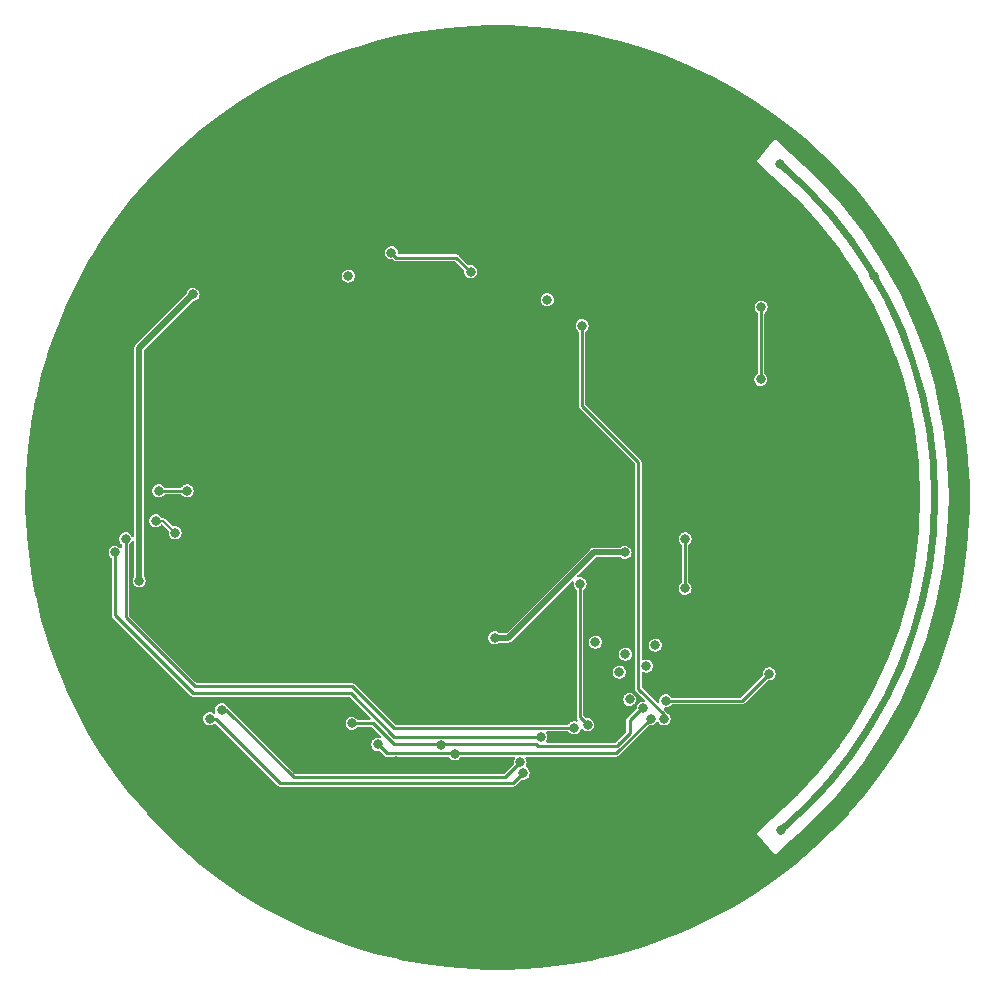
<source format=gbr>
%TF.GenerationSoftware,KiCad,Pcbnew,(5.99.0-10394-g2e15de97e0)*%
%TF.CreationDate,2021-08-24T18:50:14+02:00*%
%TF.ProjectId,USTTHUNDERMILLPCB01A,55535454-4855-44e4-9445-524d494c4c50,rev?*%
%TF.SameCoordinates,Original*%
%TF.FileFunction,Copper,L2,Inr*%
%TF.FilePolarity,Positive*%
%FSLAX46Y46*%
G04 Gerber Fmt 4.6, Leading zero omitted, Abs format (unit mm)*
G04 Created by KiCad (PCBNEW (5.99.0-10394-g2e15de97e0)) date 2021-08-24 18:50:14*
%MOMM*%
%LPD*%
G01*
G04 APERTURE LIST*
%TA.AperFunction,NonConductor*%
%ADD10C,0.100000*%
%TD*%
%TA.AperFunction,NonConductor*%
%ADD11C,0.050000*%
%TD*%
%TA.AperFunction,ViaPad*%
%ADD12C,0.800000*%
%TD*%
%TA.AperFunction,Conductor*%
%ADD13C,0.500000*%
%TD*%
%TA.AperFunction,Conductor*%
%ADD14C,0.250000*%
%TD*%
%TA.AperFunction,Conductor*%
%ADD15C,0.200000*%
%TD*%
G04 APERTURE END LIST*
D10*
X176868301Y-78264198D02*
X175645401Y-75611597D01*
X178672195Y-101184165D02*
X179242004Y-98319358D01*
X178283203Y-83909206D02*
X178846900Y-86743206D01*
X175645401Y-75611597D02*
X174218200Y-73063098D01*
X179186599Y-95387287D02*
X178846900Y-98256786D01*
X166659500Y-120787094D02*
X166659500Y-120787094D01*
X166147399Y-120681793D02*
X166404403Y-120988189D01*
X166399696Y-64517096D02*
X168521499Y-66478496D01*
X179585296Y-89581317D02*
X179242004Y-86680637D01*
X170787094Y-116659500D02*
X172595397Y-114365600D01*
X172595397Y-114365600D02*
X174218200Y-111936897D01*
X166147399Y-64318196D02*
X166399696Y-64517096D01*
X175645401Y-109388397D02*
X176868301Y-106735797D01*
X179300003Y-92499996D02*
X179186599Y-95387287D01*
X166659500Y-120787094D02*
X168804397Y-118804397D01*
X166404396Y-64011795D02*
X166147399Y-64318196D01*
X179585296Y-95418678D02*
X179699996Y-92500000D01*
X179242004Y-86680637D02*
X178672195Y-83815826D01*
X166659500Y-64212896D02*
X166404396Y-64011795D01*
X175289001Y-109206893D02*
X173877197Y-111727897D01*
X178283203Y-101090785D02*
X177498901Y-103871795D01*
X177879302Y-103995399D02*
X178672195Y-101184165D01*
X168521499Y-118521499D02*
X166399703Y-120482894D01*
X178672195Y-101184165D02*
X179242004Y-98319358D01*
X170482894Y-116399696D02*
X168521499Y-118521499D01*
X168804397Y-118804397D02*
X170787094Y-116659500D01*
X179242004Y-98319358D02*
X179585296Y-95418678D01*
X176868301Y-78264198D02*
X175645401Y-75611597D01*
X176498794Y-106582695D02*
X175289001Y-109206893D01*
X179699996Y-92500000D02*
X179585296Y-89581317D01*
X172595397Y-70634397D02*
X170787094Y-68340496D01*
X179300003Y-92499996D02*
X179186599Y-95387287D01*
X170482894Y-68600296D02*
X172271797Y-70869495D01*
X173877197Y-111727897D02*
X172271797Y-114130493D01*
X166147399Y-64318196D02*
X166399696Y-64517096D01*
X179186599Y-89612705D02*
X179300003Y-92499996D01*
X166399696Y-64517096D02*
X168521499Y-66478496D01*
X177498901Y-81128196D02*
X178283203Y-83909206D01*
X176498794Y-106582695D02*
X175289001Y-109206893D01*
X168521499Y-66478496D02*
X170482894Y-68600296D01*
X172271797Y-114130493D02*
X170482894Y-116399696D01*
X178846900Y-98256786D02*
X178283203Y-101090785D01*
D11*
X166659500Y-120787094D02*
X168804397Y-118804397D01*
X168804397Y-118804397D02*
X170787094Y-116659500D01*
X170787094Y-116659500D02*
X172595397Y-114365600D01*
X172595397Y-114365600D02*
X174218200Y-111936897D01*
X174218200Y-111936897D02*
X175645401Y-109388397D01*
X175645401Y-109388397D02*
X176868301Y-106735797D01*
X176868301Y-106735797D02*
X177879302Y-103995399D01*
X177879302Y-103995399D02*
X178672195Y-101184165D01*
X178672195Y-101184165D02*
X179242004Y-98319358D01*
X179242004Y-98319358D02*
X179585296Y-95418678D01*
X179585296Y-95418678D02*
X179699996Y-92500000D01*
X179699996Y-92500000D02*
X179585296Y-89581317D01*
X179585296Y-89581317D02*
X179242004Y-86680637D01*
X179242004Y-86680637D02*
X178672195Y-83815826D01*
X178672195Y-83815826D02*
X177879302Y-81004598D01*
X177879302Y-81004598D02*
X176868301Y-78264198D01*
X176868301Y-78264198D02*
X175645401Y-75611597D01*
X175645401Y-75611597D02*
X174218200Y-73063098D01*
X174218200Y-73063098D02*
X172595397Y-70634397D01*
X172595397Y-70634397D02*
X170787094Y-68340496D01*
X170787094Y-68340496D02*
X168804397Y-66195596D01*
X168804397Y-66195596D02*
X166659500Y-64212896D01*
X166659500Y-64212896D02*
X166404396Y-64011795D01*
X166404396Y-64011795D02*
X166147399Y-64318196D01*
X166147399Y-64318196D02*
X166399696Y-64517096D01*
X166399696Y-64517096D02*
X168521499Y-66478496D01*
X168521499Y-66478496D02*
X170482894Y-68600296D01*
X170482894Y-68600296D02*
X172271797Y-70869495D01*
X172271797Y-70869495D02*
X173877197Y-73272096D01*
X173877197Y-73272096D02*
X175289001Y-75793096D01*
X175289001Y-75793096D02*
X176498794Y-78417297D01*
X176498794Y-78417297D02*
X177498901Y-81128196D01*
X177498901Y-81128196D02*
X178283203Y-83909206D01*
X178283203Y-83909206D02*
X178846900Y-86743206D01*
X178846900Y-86743206D02*
X179186599Y-89612705D01*
X179186599Y-89612705D02*
X179300003Y-92499996D01*
X179300003Y-92499996D02*
X179186599Y-95387287D01*
X179186599Y-95387287D02*
X178846900Y-98256786D01*
X178846900Y-98256786D02*
X178283203Y-101090785D01*
X178283203Y-101090785D02*
X177498901Y-103871795D01*
X177498901Y-103871795D02*
X176498794Y-106582695D01*
X176498794Y-106582695D02*
X175289001Y-109206893D01*
X175289001Y-109206893D02*
X173877197Y-111727897D01*
X173877197Y-111727897D02*
X172271797Y-114130493D01*
X172271797Y-114130493D02*
X170482894Y-116399696D01*
X170482894Y-116399696D02*
X168521499Y-118521499D01*
X168521499Y-118521499D02*
X166399703Y-120482894D01*
X166399703Y-120482894D02*
X166147399Y-120681793D01*
X166147399Y-120681793D02*
X166404403Y-120988189D01*
X166404403Y-120988189D02*
X166659500Y-120787094D01*
X166659500Y-120787094D02*
X166659500Y-120787094D01*
G36*
X166659500Y-64212896D02*
G01*
X168804397Y-66195596D01*
X170787094Y-68340496D01*
X172595397Y-70634397D01*
X174218200Y-73063098D01*
X175645401Y-75611597D01*
X176868301Y-78264198D01*
X177879302Y-81004598D01*
X178672195Y-83815826D01*
X179242004Y-86680637D01*
X179585296Y-89581317D01*
X179699996Y-92500000D01*
X179585296Y-95418678D01*
X179242004Y-98319358D01*
X178672195Y-101184165D01*
X177879302Y-103995399D01*
X176868301Y-106735797D01*
X175645401Y-109388397D01*
X174218200Y-111936897D01*
X172595397Y-114365600D01*
X170787094Y-116659500D01*
X168804397Y-118804397D01*
X166659500Y-120787094D01*
X166404403Y-120988189D01*
X166147399Y-120681793D01*
X166399703Y-120482894D01*
X168521499Y-118521499D01*
X170482894Y-116399696D01*
X172271797Y-114130493D01*
X173877197Y-111727897D01*
X175289001Y-109206893D01*
X176498794Y-106582695D01*
X177498901Y-103871795D01*
X178283203Y-101090785D01*
X178846900Y-98256786D01*
X179186599Y-95387287D01*
X179300003Y-92499996D01*
X179186599Y-89612705D01*
X178846900Y-86743206D01*
X178283203Y-83909206D01*
X177498901Y-81128196D01*
X176498794Y-78417297D01*
X175289001Y-75793096D01*
X173877197Y-73272096D01*
X172271797Y-70869495D01*
X170482894Y-68600296D01*
X168521499Y-66478496D01*
X166399696Y-64517096D01*
X166147399Y-64318196D01*
X166404396Y-64011795D01*
X166659500Y-64212896D01*
G37*
X166659500Y-64212896D02*
X168804397Y-66195596D01*
X170787094Y-68340496D01*
X172595397Y-70634397D01*
X174218200Y-73063098D01*
X175645401Y-75611597D01*
X176868301Y-78264198D01*
X177879302Y-81004598D01*
X178672195Y-83815826D01*
X179242004Y-86680637D01*
X179585296Y-89581317D01*
X179699996Y-92500000D01*
X179585296Y-95418678D01*
X179242004Y-98319358D01*
X178672195Y-101184165D01*
X177879302Y-103995399D01*
X176868301Y-106735797D01*
X175645401Y-109388397D01*
X174218200Y-111936897D01*
X172595397Y-114365600D01*
X170787094Y-116659500D01*
X168804397Y-118804397D01*
X166659500Y-120787094D01*
X166404403Y-120988189D01*
X166147399Y-120681793D01*
X166399703Y-120482894D01*
X168521499Y-118521499D01*
X170482894Y-116399696D01*
X172271797Y-114130493D01*
X173877197Y-111727897D01*
X175289001Y-109206893D01*
X176498794Y-106582695D01*
X177498901Y-103871795D01*
X178283203Y-101090785D01*
X178846900Y-98256786D01*
X179186599Y-95387287D01*
X179300003Y-92499996D01*
X179186599Y-89612705D01*
X178846900Y-86743206D01*
X178283203Y-83909206D01*
X177498901Y-81128196D01*
X176498794Y-78417297D01*
X175289001Y-75793096D01*
X173877197Y-73272096D01*
X172271797Y-70869495D01*
X170482894Y-68600296D01*
X168521499Y-66478496D01*
X166399696Y-64517096D01*
X166147399Y-64318196D01*
X166404396Y-64011795D01*
X166659500Y-64212896D01*
D10*
X179699996Y-92500000D02*
X179585296Y-89581317D01*
X178672195Y-83815826D02*
X177879302Y-81004598D01*
X177498901Y-103871795D02*
X176498794Y-106582695D01*
X178846900Y-98256786D02*
X178283203Y-101090785D01*
X170482894Y-68600296D02*
X172271797Y-70869495D01*
X178283203Y-101090785D02*
X177498901Y-103871795D01*
X176868301Y-106735797D02*
X177879302Y-103995399D01*
X177879302Y-81004598D02*
X176868301Y-78264198D01*
X175289001Y-75793096D02*
X176498794Y-78417297D01*
X179186599Y-89612705D02*
X179300003Y-92499996D01*
X168804397Y-66195596D02*
X166659500Y-64212896D01*
X170787094Y-68340496D02*
X168804397Y-66195596D01*
X170787094Y-68340496D02*
X168804397Y-66195596D01*
X178846900Y-86743206D02*
X179186599Y-89612705D01*
X168521499Y-66478496D02*
X170482894Y-68600296D01*
X177498901Y-81128196D02*
X178283203Y-83909206D01*
X177498901Y-103871795D02*
X176498794Y-106582695D01*
X178283203Y-83909206D02*
X178846900Y-86743206D01*
X175289001Y-109206893D02*
X173877197Y-111727897D01*
X166404396Y-64011795D02*
X166147399Y-64318196D01*
X166147399Y-120681793D02*
X166404403Y-120988189D01*
X174218200Y-73063098D02*
X172595397Y-70634397D01*
X172271797Y-114130493D02*
X170482894Y-116399696D01*
X178672195Y-83815826D02*
X177879302Y-81004598D01*
X166659500Y-64212896D02*
X166404396Y-64011795D01*
X170482894Y-116399696D02*
X168521499Y-118521499D01*
X168804397Y-66195596D02*
X166659500Y-64212896D01*
X174218200Y-111936897D02*
X175645401Y-109388397D01*
X174218200Y-111936897D02*
X175645401Y-109388397D01*
X174218200Y-73063098D02*
X172595397Y-70634397D01*
X179242004Y-98319358D02*
X179585296Y-95418678D01*
X172595397Y-70634397D02*
X170787094Y-68340496D01*
X179585296Y-89581317D02*
X179242004Y-86680637D01*
X172271797Y-70869495D02*
X173877197Y-73272096D01*
X168521499Y-118521499D02*
X166399703Y-120482894D01*
X173877197Y-73272096D02*
X175289001Y-75793096D01*
X175645401Y-109388397D02*
X176868301Y-106735797D01*
X177879302Y-81004598D02*
X176868301Y-78264198D01*
X173877197Y-111727897D02*
X172271797Y-114130493D01*
X179186599Y-95387287D02*
X178846900Y-98256786D01*
X175645401Y-75611597D02*
X174218200Y-73063098D01*
X166404403Y-120988189D02*
X166659500Y-120787094D01*
X172271797Y-70869495D02*
X173877197Y-73272096D01*
X166399703Y-120482894D02*
X166147399Y-120681793D01*
X166659500Y-120787094D02*
X166659500Y-120787094D01*
X176498794Y-78417297D02*
X177498901Y-81128196D01*
X177879302Y-103995399D02*
X178672195Y-101184165D01*
X179585296Y-95418678D02*
X179699996Y-92500000D01*
X170787094Y-116659500D02*
X172595397Y-114365600D01*
X179242004Y-86680637D02*
X178672195Y-83815826D01*
X176498794Y-78417297D02*
X177498901Y-81128196D01*
X175289001Y-75793096D02*
X176498794Y-78417297D01*
X172595397Y-114365600D02*
X174218200Y-111936897D01*
X173877197Y-73272096D02*
X175289001Y-75793096D01*
X168804397Y-118804397D02*
X170787094Y-116659500D01*
X166399703Y-120482894D02*
X166147399Y-120681793D01*
X166659500Y-120787094D02*
X168804397Y-118804397D01*
X178846900Y-86743206D02*
X179186599Y-89612705D01*
X176868301Y-106735797D02*
X177879302Y-103995399D01*
X166404403Y-120988189D02*
X166659500Y-120787094D01*
D12*
%TO.N,*%
X153670000Y-109601000D03*
%TO.N,+5V*%
X112141000Y-99568000D03*
X116713000Y-75311000D03*
%TO.N,+3V3*%
X152797600Y-107304400D03*
X153289000Y-97155000D03*
X142240000Y-104394000D03*
%TO.N,/CPU/RST#_P*%
X155845600Y-105018400D03*
%TO.N,/CPU/PB6*%
X150765600Y-104764400D03*
%TO.N,/CPU/PB7*%
X153305600Y-105780400D03*
%TO.N,/CPU/PB5*%
X155083600Y-106796400D03*
%TO.N,/CPU/TIMEPULSE*%
X149479000Y-99822000D03*
X150114000Y-111760000D03*
%TO.N,Net-(R8-Pad2)*%
X129856800Y-73756000D03*
%TO.N,Net-(R9-Pad2)*%
X146706800Y-75756000D03*
%TO.N,/tachometer/COUNT_1*%
X133514594Y-71792594D03*
X140208000Y-73406000D03*
%TO.N,/CPU/PC1*%
X132334000Y-113411000D03*
X155448000Y-111252000D03*
X138862637Y-114212500D03*
%TO.N,/CPU/PC0*%
X154813000Y-110363000D03*
X115196056Y-95504000D03*
X137668000Y-113450500D03*
X113538000Y-94488000D03*
X130175000Y-111633000D03*
%TO.N,/CPU/RX0*%
X119126000Y-110490000D03*
X144399000Y-114935000D03*
%TO.N,/CPU/TX0*%
X118110000Y-111252000D03*
X144659849Y-115847970D03*
%TO.N,/CPU/TX1*%
X110998000Y-96012000D03*
X148971000Y-112014000D03*
%TO.N,/CPU/RX1*%
X146134019Y-112776000D03*
X110109000Y-97155000D03*
%TO.N,/CPU/BTN*%
X156718000Y-109728000D03*
X165481000Y-107442000D03*
%TO.N,/CPU/GEO_STAT*%
X113792000Y-91948000D03*
X116205000Y-91948000D03*
%TO.N,ROTOR_GND*%
X121793000Y-105410000D03*
X159893000Y-90805000D03*
X113411000Y-103251000D03*
X146050000Y-116078000D03*
X118237000Y-76200000D03*
X125349000Y-99568000D03*
X169164000Y-75057000D03*
X140208000Y-69088000D03*
X115951000Y-113919000D03*
X150876000Y-89408000D03*
X117729000Y-79375000D03*
X136779000Y-115062000D03*
X175387000Y-93726000D03*
X109093000Y-78105000D03*
X138557000Y-77343000D03*
X121412000Y-95758000D03*
X171704000Y-102743000D03*
X148082000Y-85344000D03*
X125222000Y-93726000D03*
X145034000Y-78867000D03*
X116205000Y-94742000D03*
X130048000Y-77470000D03*
X128143000Y-94107000D03*
X122555000Y-96774000D03*
X113792000Y-81026000D03*
X142494000Y-103378000D03*
X165227000Y-86995000D03*
X133858000Y-94107000D03*
X167513000Y-84455000D03*
X125349000Y-79375000D03*
X164719000Y-91440000D03*
X119507000Y-79375000D03*
X128143000Y-93091000D03*
X123317000Y-101727000D03*
X153289000Y-74041000D03*
X151511000Y-109728000D03*
X125603000Y-87884000D03*
X114681000Y-79502000D03*
X130175000Y-107442000D03*
X140843000Y-108331000D03*
X171958000Y-99568000D03*
X134366000Y-98171000D03*
X113284000Y-96139000D03*
X162052000Y-97536000D03*
X153289000Y-91440000D03*
X137160000Y-69215000D03*
X113030000Y-115316000D03*
X117983000Y-104775000D03*
X118110000Y-96520000D03*
X147828000Y-115697000D03*
X131318000Y-100457000D03*
X172847000Y-85852000D03*
X141986000Y-108331000D03*
X131826000Y-103251000D03*
X139954000Y-103378000D03*
X166370000Y-97790000D03*
X162814000Y-91059000D03*
X151765000Y-111633000D03*
X116205000Y-79375000D03*
X131064000Y-90170000D03*
X150241000Y-71628000D03*
X133858000Y-91059000D03*
X160147000Y-95758000D03*
X127000000Y-103251000D03*
X106807000Y-103124000D03*
X136271000Y-109093000D03*
X104775000Y-102235000D03*
X129794000Y-95123000D03*
X111633000Y-116078000D03*
X131826000Y-95123000D03*
X172085000Y-89281000D03*
X128905000Y-78613000D03*
X159766000Y-80264000D03*
X160147000Y-76581000D03*
X143383000Y-70358000D03*
X128905000Y-90043000D03*
X168021000Y-109347000D03*
X115189000Y-88519000D03*
X132334000Y-108077000D03*
X153162000Y-80010000D03*
X173355000Y-80518000D03*
X160020000Y-99441000D03*
X114427000Y-114681000D03*
X164846000Y-89154000D03*
X109347000Y-88392000D03*
X125095000Y-76200000D03*
X143129000Y-81407000D03*
X107950000Y-86106000D03*
X106045000Y-86106000D03*
X173736000Y-76962000D03*
X140716000Y-79502000D03*
X113665000Y-86106000D03*
X135382000Y-69596000D03*
X173736000Y-105156000D03*
X113538000Y-88392000D03*
X130810000Y-95123000D03*
X123952000Y-107061000D03*
X121539000Y-79375000D03*
X172085000Y-81280000D03*
X164973000Y-110617000D03*
X162814000Y-85852000D03*
X144272000Y-69342000D03*
X113284000Y-97536000D03*
X161290000Y-90043000D03*
X114173000Y-99060000D03*
X158496000Y-92329000D03*
X173609000Y-99568000D03*
X121412000Y-99822000D03*
X129413000Y-103251000D03*
X107315000Y-76454000D03*
X175514000Y-96266000D03*
X134493000Y-103378000D03*
X107696000Y-78105000D03*
X138557000Y-71374000D03*
X172974000Y-109220000D03*
X127635000Y-107061000D03*
X135382000Y-115062000D03*
X129159000Y-100457000D03*
X162560000Y-87884000D03*
X132842000Y-94107000D03*
X118110000Y-103378000D03*
X106426000Y-81153000D03*
X167386000Y-91567000D03*
X157480000Y-83312000D03*
X138049000Y-107188000D03*
X167259000Y-92837000D03*
X129159000Y-105410000D03*
X155829000Y-108839000D03*
X138684000Y-69215000D03*
X133350000Y-96393000D03*
X110617000Y-83185000D03*
X153416000Y-86614000D03*
X174244000Y-89154000D03*
X128270000Y-90805000D03*
X151384000Y-92710000D03*
X104267000Y-86106000D03*
X108331000Y-101981000D03*
X136779000Y-71374000D03*
X117983000Y-90424000D03*
X140462000Y-71374000D03*
X175387000Y-90805000D03*
X142367000Y-71247000D03*
X171831000Y-87249000D03*
X161417000Y-101727000D03*
X113538000Y-84455000D03*
X137922000Y-100457000D03*
X131826000Y-94107000D03*
X123317000Y-79375000D03*
X161163000Y-104902000D03*
X135890000Y-100457000D03*
X168148000Y-99187000D03*
X148717000Y-108966000D03*
X151257000Y-84582000D03*
X139827000Y-105918000D03*
X121412000Y-101854000D03*
X120269000Y-94742000D03*
X174752000Y-79883000D03*
X130048000Y-89916000D03*
X166751000Y-77597000D03*
X175387000Y-99441000D03*
X110617000Y-88392000D03*
X105664000Y-84455000D03*
X115697000Y-104013000D03*
X166116000Y-92837000D03*
X170561000Y-88392000D03*
X127127000Y-79375000D03*
X169545000Y-85852000D03*
X134366000Y-109347000D03*
X168783000Y-90297000D03*
X133223000Y-75438000D03*
X147828000Y-81280000D03*
X133985000Y-70485000D03*
X170180000Y-75946000D03*
X133604000Y-100457000D03*
X119761000Y-98298000D03*
X160147000Y-93980000D03*
X145288000Y-83185000D03*
X114554000Y-68326000D03*
X173609000Y-103124000D03*
X129413000Y-96901000D03*
X164211000Y-95250000D03*
X131191000Y-87757000D03*
X133858000Y-114847500D03*
X122047000Y-76200000D03*
X161671000Y-94107000D03*
X139573000Y-115189000D03*
X163449000Y-92456000D03*
X128143000Y-91948000D03*
X120015000Y-76200000D03*
X157480000Y-86614000D03*
X167513000Y-88519000D03*
X155702000Y-76454000D03*
X168656000Y-87376000D03*
X173863000Y-107315000D03*
X165735000Y-109474000D03*
X116713000Y-89281000D03*
X121793000Y-103632000D03*
X115062000Y-93345000D03*
X145288000Y-104902000D03*
X131699000Y-91059000D03*
X135255000Y-73152000D03*
X170815000Y-109474000D03*
X127254000Y-76073000D03*
X165989000Y-90170000D03*
X156591000Y-93599000D03*
X166370000Y-102743000D03*
X150368000Y-87503000D03*
X172847000Y-83439000D03*
X166751000Y-95250000D03*
X134239000Y-74168000D03*
X164973000Y-75057000D03*
X123952000Y-98171000D03*
X153416000Y-83439000D03*
X168910000Y-77724000D03*
X164211000Y-104267000D03*
X124968000Y-103124000D03*
X156591000Y-97536000D03*
X136906000Y-103251000D03*
X121666000Y-107061000D03*
X160020000Y-84201000D03*
X115570000Y-69342000D03*
X150749000Y-95631000D03*
X132080000Y-76454000D03*
X128397000Y-75057000D03*
X106426000Y-101981000D03*
X115570000Y-100330000D03*
X153289000Y-94742000D03*
X117221000Y-101854000D03*
X128778000Y-94996000D03*
X127000000Y-100330000D03*
X132842000Y-91059000D03*
X116967000Y-70739000D03*
X157480000Y-91186000D03*
X110490000Y-80010000D03*
X160147000Y-108077000D03*
X161544000Y-92456000D03*
X105283000Y-103632000D03*
%TO.N,STATOR*%
X174396400Y-73761600D03*
X166420800Y-64262000D03*
X166510000Y-120630000D03*
%TO.N,PA1*%
X164801200Y-76392400D03*
X164775800Y-82513800D03*
X158369000Y-96012000D03*
X158369000Y-100203000D03*
%TO.N,COUNT_2*%
X149656800Y-77956000D03*
X156591000Y-111252000D03*
%TD*%
D13*
%TO.N,+5V*%
X112141000Y-99568000D02*
X112141000Y-79883000D01*
X112141000Y-79883000D02*
X116713000Y-75311000D01*
%TO.N,+3V3*%
X153289000Y-97155000D02*
X150622000Y-97155000D01*
X150622000Y-97155000D02*
X143383000Y-104394000D01*
X150622000Y-97155000D02*
X150368000Y-97409000D01*
X143383000Y-104394000D02*
X142240000Y-104394000D01*
D14*
%TO.N,/CPU/TIMEPULSE*%
X149479000Y-99822000D02*
X149479000Y-111125000D01*
X149479000Y-111125000D02*
X150114000Y-111760000D01*
%TO.N,/tachometer/COUNT_1*%
X139008000Y-72206000D02*
X140208000Y-73406000D01*
X133514594Y-71792594D02*
X133928000Y-72206000D01*
X133928000Y-72206000D02*
X139008000Y-72206000D01*
%TO.N,/CPU/PC1*%
X132334000Y-113411000D02*
X133096000Y-114173000D01*
X133096000Y-114173000D02*
X152527000Y-114173000D01*
X152527000Y-114173000D02*
X155448000Y-111252000D01*
%TO.N,/CPU/PC0*%
X151130000Y-113538000D02*
X151397314Y-113538000D01*
X133731000Y-113411000D02*
X132715000Y-112395000D01*
X130175000Y-111633000D02*
X131953000Y-111633000D01*
X153670000Y-112464994D02*
X152688997Y-113445997D01*
X145770742Y-113411000D02*
X133731000Y-113411000D01*
D15*
X115196056Y-95504000D02*
X114180056Y-94488000D01*
D14*
X153670000Y-111379000D02*
X153670000Y-112464994D01*
D15*
X114180056Y-94488000D02*
X113919000Y-94488000D01*
D14*
X151130000Y-113538000D02*
X152596994Y-113538000D01*
X131953000Y-111633000D02*
X132715000Y-112395000D01*
X145897742Y-113538000D02*
X145770742Y-113411000D01*
X113919000Y-94488000D02*
X113538000Y-94488000D01*
X151130000Y-113538000D02*
X145897742Y-113538000D01*
X154686000Y-110363000D02*
X153670000Y-111379000D01*
X154813000Y-110363000D02*
X154686000Y-110363000D01*
X152596994Y-113538000D02*
X152815997Y-113318997D01*
%TO.N,/CPU/RX0*%
X143129000Y-116205000D02*
X144399000Y-114935000D01*
X119507000Y-110490000D02*
X125222000Y-116205000D01*
X125222000Y-116205000D02*
X143129000Y-116205000D01*
X119126000Y-110490000D02*
X119507000Y-110490000D01*
%TO.N,/CPU/TX0*%
X118618000Y-111252000D02*
X124079000Y-116713000D01*
X118110000Y-111252000D02*
X118618000Y-111252000D01*
X143794819Y-116713000D02*
X144659849Y-115847970D01*
X124079000Y-116713000D02*
X143794819Y-116713000D01*
%TO.N,/CPU/TX1*%
X110998000Y-102616000D02*
X116840000Y-108458000D01*
X130175000Y-108458000D02*
X133731000Y-112014000D01*
X110998000Y-96012000D02*
X110998000Y-102616000D01*
X133731000Y-112014000D02*
X148971000Y-112014000D01*
X116840000Y-108458000D02*
X130175000Y-108458000D01*
%TO.N,/CPU/RX1*%
X146134019Y-112776000D02*
X133731000Y-112776000D01*
X110109000Y-102489000D02*
X110109000Y-97155000D01*
X116713000Y-109093000D02*
X110109000Y-102489000D01*
X130048000Y-109093000D02*
X116713000Y-109093000D01*
X133731000Y-112776000D02*
X130048000Y-109093000D01*
%TO.N,/CPU/BTN*%
X156718000Y-109728000D02*
X163195000Y-109728000D01*
X163195000Y-109728000D02*
X165481000Y-107442000D01*
%TO.N,/CPU/GEO_STAT*%
X116205000Y-91948000D02*
X113792000Y-91948000D01*
D15*
%TO.N,STATOR*%
X176498794Y-78417297D02*
X177498901Y-81128196D01*
X170787094Y-68340496D02*
X168804397Y-66195596D01*
X178846900Y-98256786D02*
X178283203Y-101090785D01*
X176498794Y-106582695D02*
X175289001Y-109206893D01*
X179186599Y-89612705D02*
X179300003Y-92499996D01*
X166399703Y-120482894D02*
X166147399Y-120681793D01*
X168521499Y-118521499D02*
X166399703Y-120482894D01*
X179300003Y-92499996D02*
X179186599Y-95387287D01*
X175289001Y-75793096D02*
X176498794Y-78417297D01*
X176868301Y-106735797D02*
X177879302Y-103995399D01*
X166404403Y-120988189D02*
X166659500Y-120787094D01*
X177498901Y-81128196D02*
X178283203Y-83909206D01*
X168804397Y-66195596D02*
X166659500Y-64212896D01*
X179242004Y-86680637D02*
X178672195Y-83815826D01*
X175645401Y-75611597D02*
X174218200Y-73063098D01*
X166659500Y-120787094D02*
X168804397Y-118804397D01*
X170482894Y-68600296D02*
X172271797Y-70869495D01*
X174218200Y-73063098D02*
X172595397Y-70634397D01*
X166147399Y-64318196D02*
X166399696Y-64517096D01*
X177879302Y-103995399D02*
X178672195Y-101184165D01*
X166147399Y-120681793D02*
X166404403Y-120988189D01*
D14*
X166420800Y-64262000D02*
X166243000Y-64262000D01*
D15*
X178283203Y-83909206D02*
X178846900Y-86743206D01*
X173877197Y-111727897D02*
X172271797Y-114130493D01*
X178846900Y-86743206D02*
X179186599Y-89612705D01*
X178672195Y-83815826D02*
X177879302Y-81004598D01*
X166404396Y-64011795D02*
X166147399Y-64318196D01*
X179242004Y-98319358D02*
X179585296Y-95418678D01*
X179699996Y-92500000D02*
X179585296Y-89581317D01*
X166399696Y-64517096D02*
X168521499Y-66478496D01*
X170787094Y-116659500D02*
X172595397Y-114365600D01*
X174218200Y-111936897D02*
X175645401Y-109388397D01*
X179585296Y-95418678D02*
X179699996Y-92500000D01*
X178283203Y-101090785D02*
X177498901Y-103871795D01*
X172271797Y-70869495D02*
X173877197Y-73272096D01*
X166659500Y-120787094D02*
X166659500Y-120787094D01*
X175645401Y-109388397D02*
X176868301Y-106735797D01*
X168804397Y-118804397D02*
X170787094Y-116659500D01*
X172271797Y-114130493D02*
X170482894Y-116399696D01*
X170482894Y-116399696D02*
X168521499Y-118521499D01*
X177879302Y-81004598D02*
X176868301Y-78264198D01*
X172595397Y-70634397D02*
X170787094Y-68340496D01*
X173877197Y-73272096D02*
X175289001Y-75793096D01*
X172595397Y-114365600D02*
X174218200Y-111936897D01*
X166659500Y-64212896D02*
X166404396Y-64011795D01*
X176868301Y-78264198D02*
X175645401Y-75611597D01*
X177498901Y-103871795D02*
X176498794Y-106582695D01*
X168521499Y-66478496D02*
X170482894Y-68600296D01*
X178672195Y-101184165D02*
X179242004Y-98319358D01*
X179585296Y-89581317D02*
X179242004Y-86680637D01*
X175289001Y-109206893D02*
X173877197Y-111727897D01*
X179186599Y-95387287D02*
X178846900Y-98256786D01*
D14*
%TO.N,PA1*%
X164801200Y-82488400D02*
X164775800Y-82513800D01*
X158369000Y-100203000D02*
X158369000Y-96012000D01*
X164801200Y-76392400D02*
X164801200Y-82488400D01*
%TO.N,COUNT_2*%
X154409089Y-89512089D02*
X149656800Y-84759800D01*
X154409089Y-89512089D02*
X154241500Y-89344500D01*
X154409089Y-108689089D02*
X154409089Y-89512089D01*
X156591000Y-110871000D02*
X154409089Y-108689089D01*
X149656800Y-84759800D02*
X149656800Y-77956000D01*
X156591000Y-111252000D02*
X156591000Y-110871000D01*
%TD*%
%TA.AperFunction,Conductor*%
%TO.N,ROTOR_GND*%
G36*
X143407341Y-52523754D02*
G01*
X144590139Y-52554719D01*
X144596726Y-52555064D01*
X146677847Y-52718845D01*
X146684412Y-52719535D01*
X148754125Y-52992076D01*
X148760635Y-52993108D01*
X149434542Y-53117999D01*
X150813237Y-53373504D01*
X150819660Y-53374870D01*
X151791158Y-53608115D01*
X152849593Y-53862233D01*
X152855960Y-53863939D01*
X154857517Y-54456760D01*
X154863798Y-54458800D01*
X156831603Y-55155706D01*
X156837757Y-55158069D01*
X158766465Y-55956945D01*
X158772469Y-55959618D01*
X160065111Y-56576156D01*
X160656611Y-56858278D01*
X160662492Y-56861274D01*
X162497106Y-57857430D01*
X162502816Y-57860727D01*
X164282783Y-58951474D01*
X164288316Y-58955067D01*
X166008677Y-60137429D01*
X166014016Y-60141308D01*
X167670187Y-61412196D01*
X167675310Y-61416345D01*
X168483388Y-62106489D01*
X169262705Y-62772071D01*
X169267581Y-62776462D01*
X169979204Y-63451732D01*
X170781905Y-64213427D01*
X170786574Y-64218096D01*
X171505050Y-64975250D01*
X172223537Y-65732416D01*
X172227928Y-65737292D01*
X172893510Y-66516609D01*
X173583654Y-67324687D01*
X173587803Y-67329810D01*
X174858693Y-68985981D01*
X174862572Y-68991320D01*
X176044930Y-70711681D01*
X176048523Y-70717214D01*
X177139272Y-72497184D01*
X177142569Y-72502894D01*
X178138725Y-74337492D01*
X178141722Y-74343373D01*
X179040387Y-76227535D01*
X179043069Y-76233561D01*
X179841934Y-78162243D01*
X179844295Y-78168391D01*
X179916986Y-78373646D01*
X180541199Y-80136201D01*
X180543239Y-80142482D01*
X181136070Y-82144058D01*
X181137766Y-82150387D01*
X181617256Y-84147524D01*
X181625130Y-84180319D01*
X181626499Y-84186758D01*
X181737358Y-84784949D01*
X182006895Y-86239360D01*
X182007927Y-86245870D01*
X182280468Y-88315586D01*
X182281158Y-88322150D01*
X182444946Y-90403273D01*
X182445291Y-90409862D01*
X182471776Y-91421701D01*
X182499871Y-92495052D01*
X182499914Y-92496702D01*
X182499914Y-92503285D01*
X182476426Y-93400392D01*
X182445276Y-94590147D01*
X182444931Y-94596734D01*
X182281158Y-96677855D01*
X182280468Y-96684420D01*
X182007922Y-98754118D01*
X182006891Y-98760627D01*
X181779933Y-99985305D01*
X181701234Y-100409971D01*
X181626500Y-100813237D01*
X181625131Y-100819676D01*
X181614947Y-100862095D01*
X181137761Y-102849606D01*
X181136055Y-102855972D01*
X180543239Y-104857525D01*
X180541199Y-104863806D01*
X179844297Y-106831611D01*
X179841934Y-106837765D01*
X179043061Y-108766446D01*
X179040379Y-108772472D01*
X178141714Y-110656633D01*
X178138717Y-110662514D01*
X177142569Y-112497113D01*
X177139272Y-112502823D01*
X176048523Y-114282791D01*
X176044930Y-114288324D01*
X174862572Y-116008684D01*
X174858693Y-116014023D01*
X173587803Y-117670194D01*
X173583654Y-117675317D01*
X172227948Y-119262689D01*
X172223539Y-119267587D01*
X170786583Y-120781905D01*
X170781914Y-120786574D01*
X169267601Y-122223526D01*
X169267582Y-122223544D01*
X169262681Y-122227956D01*
X167675310Y-123583661D01*
X167670187Y-123587810D01*
X166014016Y-124858693D01*
X166008677Y-124862572D01*
X164288316Y-126044938D01*
X164282783Y-126048531D01*
X162502816Y-127139280D01*
X162497106Y-127142577D01*
X160662492Y-128138733D01*
X160656611Y-128141729D01*
X158772469Y-129040393D01*
X158766465Y-129043066D01*
X157802101Y-129442504D01*
X156837747Y-129841938D01*
X156831594Y-129844300D01*
X154863809Y-130541202D01*
X154857527Y-130543243D01*
X152855960Y-131136071D01*
X152849593Y-131137777D01*
X151790082Y-131392150D01*
X150819660Y-131625133D01*
X150813237Y-131626499D01*
X148760623Y-132006905D01*
X148754131Y-132007934D01*
X146684406Y-132280469D01*
X146677861Y-132281157D01*
X145992309Y-132335111D01*
X144596726Y-132444946D01*
X144590137Y-132445291D01*
X143343098Y-132477932D01*
X142503286Y-132499914D01*
X142496715Y-132499914D01*
X141599561Y-132476425D01*
X140409856Y-132445276D01*
X140403269Y-132444931D01*
X138322148Y-132281158D01*
X138315583Y-132280468D01*
X136245881Y-132007922D01*
X136239372Y-132006891D01*
X134186773Y-131626502D01*
X134186758Y-131626499D01*
X134180305Y-131625127D01*
X132150393Y-131137761D01*
X132144027Y-131136055D01*
X130142474Y-130543239D01*
X130136193Y-130541199D01*
X128168392Y-129844297D01*
X128162238Y-129841934D01*
X126233555Y-129043061D01*
X126227529Y-129040379D01*
X124343366Y-128141714D01*
X124337485Y-128138717D01*
X122502888Y-127142569D01*
X122497178Y-127139272D01*
X120717208Y-126048523D01*
X120711675Y-126044930D01*
X118991315Y-124862572D01*
X118985976Y-124858693D01*
X117329805Y-123587803D01*
X117324682Y-123583654D01*
X116405305Y-122798454D01*
X115737286Y-122227928D01*
X115732410Y-122223537D01*
X114975244Y-121505050D01*
X114218090Y-120786574D01*
X114213421Y-120781905D01*
X113207703Y-119722044D01*
X112776456Y-119267581D01*
X112772065Y-119262705D01*
X111538000Y-117817760D01*
X111416340Y-117675310D01*
X111412191Y-117670187D01*
X110141302Y-116014016D01*
X110137423Y-116008677D01*
X109016861Y-114378236D01*
X108955061Y-114288316D01*
X108951468Y-114282783D01*
X107860719Y-112502816D01*
X107857422Y-112497106D01*
X106861266Y-110662492D01*
X106858270Y-110656611D01*
X106282584Y-109449620D01*
X105959610Y-108772469D01*
X105956932Y-108766454D01*
X105949456Y-108748403D01*
X105415046Y-107458191D01*
X105158061Y-106837757D01*
X105155698Y-106831603D01*
X104458793Y-104863798D01*
X104456753Y-104857517D01*
X104250387Y-104160758D01*
X103863926Y-102855942D01*
X103862230Y-102849612D01*
X103374862Y-100819660D01*
X103373493Y-100813221D01*
X103362908Y-100756102D01*
X103098025Y-99326805D01*
X102993100Y-98760635D01*
X102992068Y-98754125D01*
X102790663Y-97224623D01*
X109557880Y-97224623D01*
X109596905Y-97370265D01*
X109673658Y-97500048D01*
X109717734Y-97542315D01*
X109776286Y-97598465D01*
X109776289Y-97598467D01*
X109782485Y-97604409D01*
X109783686Y-97605053D01*
X109824915Y-97658519D01*
X109833500Y-97704233D01*
X109833500Y-102451458D01*
X109831079Y-102476038D01*
X109830925Y-102476816D01*
X109828501Y-102489000D01*
X109830922Y-102501170D01*
X109833499Y-102514125D01*
X109833502Y-102514149D01*
X109838404Y-102538790D01*
X109849852Y-102596343D01*
X109910657Y-102687343D01*
X109920973Y-102694236D01*
X109921651Y-102694689D01*
X109940744Y-102710359D01*
X116491643Y-109261259D01*
X116507313Y-109280352D01*
X116514657Y-109291343D01*
X116524973Y-109298236D01*
X116535964Y-109305580D01*
X116535966Y-109305582D01*
X116579390Y-109334597D01*
X116595340Y-109345255D01*
X116595342Y-109345256D01*
X116605657Y-109352148D01*
X116617824Y-109354568D01*
X116617826Y-109354569D01*
X116663933Y-109363740D01*
X116687863Y-109368500D01*
X116687867Y-109368500D01*
X116713000Y-109373499D01*
X116725171Y-109371078D01*
X116725173Y-109371078D01*
X116725962Y-109370921D01*
X116750542Y-109368500D01*
X129881695Y-109368500D01*
X129949816Y-109388502D01*
X129970790Y-109405405D01*
X131707789Y-111142405D01*
X131741815Y-111204717D01*
X131736750Y-111275533D01*
X131694203Y-111332368D01*
X131627683Y-111357179D01*
X131618694Y-111357500D01*
X130720184Y-111357500D01*
X130652063Y-111337498D01*
X130622268Y-111310799D01*
X130555266Y-111228058D01*
X130548264Y-111223082D01*
X130548262Y-111223080D01*
X130439363Y-111145690D01*
X130432361Y-111140714D01*
X130290495Y-111089639D01*
X130281935Y-111089010D01*
X130281933Y-111089010D01*
X130203122Y-111083223D01*
X130140120Y-111078596D01*
X129992315Y-111108399D01*
X129857969Y-111176852D01*
X129851647Y-111182665D01*
X129851646Y-111182666D01*
X129768614Y-111259018D01*
X129746980Y-111278911D01*
X129742452Y-111286214D01*
X129742451Y-111286215D01*
X129684922Y-111379000D01*
X129667525Y-111407058D01*
X129625459Y-111551851D01*
X129623880Y-111702623D01*
X129662905Y-111848265D01*
X129739658Y-111978048D01*
X129848485Y-112082409D01*
X129981368Y-112153660D01*
X130023874Y-112163161D01*
X130120131Y-112184678D01*
X130120135Y-112184678D01*
X130128517Y-112186552D01*
X130222950Y-112181603D01*
X130270507Y-112179111D01*
X130270508Y-112179111D01*
X130279090Y-112178661D01*
X130421995Y-112130568D01*
X130546702Y-112045817D01*
X130552245Y-112039258D01*
X130552247Y-112039256D01*
X130624993Y-111953172D01*
X130684239Y-111914052D01*
X130721231Y-111908500D01*
X131786694Y-111908500D01*
X131854815Y-111928502D01*
X131875790Y-111945405D01*
X132206982Y-112276598D01*
X132537966Y-112607582D01*
X132537977Y-112607592D01*
X132595501Y-112665116D01*
X132629527Y-112727428D01*
X132624462Y-112798243D01*
X132581915Y-112855079D01*
X132515395Y-112879890D01*
X132463726Y-112872762D01*
X132457577Y-112870548D01*
X132457572Y-112870547D01*
X132449495Y-112867639D01*
X132440935Y-112867010D01*
X132440933Y-112867010D01*
X132362122Y-112861223D01*
X132299120Y-112856596D01*
X132151315Y-112886399D01*
X132016969Y-112954852D01*
X132010647Y-112960665D01*
X132010646Y-112960666D01*
X131912307Y-113051093D01*
X131905980Y-113056911D01*
X131901452Y-113064214D01*
X131901451Y-113064215D01*
X131847344Y-113151481D01*
X131826525Y-113185058D01*
X131784459Y-113329851D01*
X131782880Y-113480623D01*
X131821905Y-113626265D01*
X131898658Y-113756048D01*
X132007485Y-113860409D01*
X132140368Y-113931660D01*
X132182874Y-113941161D01*
X132279131Y-113962678D01*
X132279135Y-113962678D01*
X132287517Y-113964552D01*
X132365011Y-113960491D01*
X132431437Y-113957010D01*
X132500511Y-113973419D01*
X132527126Y-113993742D01*
X132874643Y-114341259D01*
X132890311Y-114360349D01*
X132897657Y-114371343D01*
X132907973Y-114378236D01*
X132907974Y-114378237D01*
X132918960Y-114385578D01*
X132918979Y-114385591D01*
X132955721Y-114410141D01*
X132955723Y-114410142D01*
X132988657Y-114432148D01*
X133000824Y-114434568D01*
X133000826Y-114434569D01*
X133035889Y-114441543D01*
X133070863Y-114448500D01*
X133070864Y-114448500D01*
X133096000Y-114453500D01*
X133108171Y-114451079D01*
X133108173Y-114451079D01*
X133108967Y-114450921D01*
X133133547Y-114448500D01*
X138290935Y-114448500D01*
X138359056Y-114468502D01*
X138399389Y-114510361D01*
X138427295Y-114557548D01*
X138536122Y-114661909D01*
X138669005Y-114733160D01*
X138711511Y-114742661D01*
X138807768Y-114764178D01*
X138807772Y-114764178D01*
X138816154Y-114766052D01*
X138910587Y-114761103D01*
X138958144Y-114758611D01*
X138958145Y-114758611D01*
X138966727Y-114758161D01*
X139109632Y-114710068D01*
X139234339Y-114625317D01*
X139239882Y-114618758D01*
X139239884Y-114618756D01*
X139326116Y-114516714D01*
X139326117Y-114516712D01*
X139331661Y-114510152D01*
X139333661Y-114505783D01*
X139385680Y-114460187D01*
X139438675Y-114448500D01*
X143826701Y-114448500D01*
X143894822Y-114468502D01*
X143941315Y-114522158D01*
X143951419Y-114592432D01*
X143933787Y-114640897D01*
X143891525Y-114709058D01*
X143849459Y-114853851D01*
X143847880Y-115004623D01*
X143850103Y-115012920D01*
X143851180Y-115021445D01*
X143848107Y-115021833D01*
X143846789Y-115077767D01*
X143815858Y-115128526D01*
X143051790Y-115892595D01*
X142989477Y-115926620D01*
X142962694Y-115929500D01*
X125388306Y-115929500D01*
X125320185Y-115909498D01*
X125299211Y-115892595D01*
X119728359Y-110321744D01*
X119712689Y-110302651D01*
X119712236Y-110301973D01*
X119705343Y-110291657D01*
X119642284Y-110249522D01*
X119604540Y-110210060D01*
X119601155Y-110202236D01*
X119595749Y-110195560D01*
X119511674Y-110091736D01*
X119511673Y-110091735D01*
X119506266Y-110085058D01*
X119499264Y-110080082D01*
X119499262Y-110080080D01*
X119390363Y-110002690D01*
X119383361Y-109997714D01*
X119241495Y-109946639D01*
X119232935Y-109946010D01*
X119232933Y-109946010D01*
X119154122Y-109940223D01*
X119091120Y-109935596D01*
X118943315Y-109965399D01*
X118808969Y-110033852D01*
X118802647Y-110039665D01*
X118802646Y-110039666D01*
X118738590Y-110098568D01*
X118697980Y-110135911D01*
X118693452Y-110143214D01*
X118693451Y-110143215D01*
X118637201Y-110233937D01*
X118618525Y-110264058D01*
X118616129Y-110272305D01*
X118613443Y-110281552D01*
X118576459Y-110408851D01*
X118574880Y-110559623D01*
X118599001Y-110649641D01*
X118599335Y-110650888D01*
X118597645Y-110721865D01*
X118557851Y-110780661D01*
X118492587Y-110808609D01*
X118422573Y-110796836D01*
X118404639Y-110786206D01*
X118374363Y-110764690D01*
X118367361Y-110759714D01*
X118225495Y-110708639D01*
X118216935Y-110708010D01*
X118216933Y-110708010D01*
X118138122Y-110702223D01*
X118075120Y-110697596D01*
X117927315Y-110727399D01*
X117792969Y-110795852D01*
X117786647Y-110801665D01*
X117786646Y-110801666D01*
X117734856Y-110849289D01*
X117681980Y-110897911D01*
X117677452Y-110905214D01*
X117677451Y-110905215D01*
X117611667Y-111011313D01*
X117602525Y-111026058D01*
X117600129Y-111034305D01*
X117597443Y-111043552D01*
X117560459Y-111170851D01*
X117560369Y-111179437D01*
X117560369Y-111179438D01*
X117560077Y-111207294D01*
X117558880Y-111321623D01*
X117597905Y-111467265D01*
X117674658Y-111597048D01*
X117783485Y-111701409D01*
X117852660Y-111738500D01*
X117905846Y-111767018D01*
X117916368Y-111772660D01*
X117932165Y-111776191D01*
X118055131Y-111803678D01*
X118055135Y-111803678D01*
X118063517Y-111805552D01*
X118157950Y-111800603D01*
X118205507Y-111798111D01*
X118205508Y-111798111D01*
X118214090Y-111797661D01*
X118356995Y-111749568D01*
X118481702Y-111664817D01*
X118482138Y-111665458D01*
X118539963Y-111637711D01*
X118610416Y-111646478D01*
X118649355Y-111672970D01*
X123857643Y-116881259D01*
X123873311Y-116900349D01*
X123880657Y-116911343D01*
X123890973Y-116918236D01*
X123901964Y-116925580D01*
X123901966Y-116925582D01*
X123961340Y-116965255D01*
X123961342Y-116965256D01*
X123971657Y-116972148D01*
X123983824Y-116974568D01*
X123983826Y-116974569D01*
X124029933Y-116983740D01*
X124053863Y-116988500D01*
X124053867Y-116988500D01*
X124079000Y-116993499D01*
X124091171Y-116991078D01*
X124091173Y-116991078D01*
X124091962Y-116990921D01*
X124116542Y-116988500D01*
X143757277Y-116988500D01*
X143781857Y-116990921D01*
X143782646Y-116991078D01*
X143782648Y-116991078D01*
X143794819Y-116993499D01*
X143819949Y-116988500D01*
X143819956Y-116988500D01*
X143819963Y-116988499D01*
X143819968Y-116988498D01*
X143889993Y-116974569D01*
X143889995Y-116974568D01*
X143902162Y-116972148D01*
X143993162Y-116911343D01*
X144000508Y-116900349D01*
X144016178Y-116881256D01*
X144468389Y-116429045D01*
X144530701Y-116395019D01*
X144584967Y-116395174D01*
X144613366Y-116401522D01*
X144707799Y-116396573D01*
X144755356Y-116394081D01*
X144755357Y-116394081D01*
X144763939Y-116393631D01*
X144906844Y-116345538D01*
X145031551Y-116260787D01*
X145037094Y-116254228D01*
X145037096Y-116254226D01*
X145123330Y-116152181D01*
X145128873Y-116145622D01*
X145191640Y-116008527D01*
X145215227Y-115859604D01*
X145215349Y-115847970D01*
X145194886Y-115698585D01*
X145135004Y-115560206D01*
X145081295Y-115493881D01*
X145045523Y-115449706D01*
X145045522Y-115449705D01*
X145040115Y-115443028D01*
X144922564Y-115359489D01*
X144878624Y-115303723D01*
X144871808Y-115233055D01*
X144880990Y-115204332D01*
X144927216Y-115103366D01*
X144927216Y-115103364D01*
X144930791Y-115095557D01*
X144954378Y-114946634D01*
X144954500Y-114935000D01*
X144934037Y-114785615D01*
X144925377Y-114765602D01*
X144877567Y-114655120D01*
X144877566Y-114655118D01*
X144874155Y-114647236D01*
X144868748Y-114640559D01*
X144868272Y-114639773D01*
X144850092Y-114571143D01*
X144871901Y-114503580D01*
X144926777Y-114458533D01*
X144976047Y-114448500D01*
X152489458Y-114448500D01*
X152514038Y-114450921D01*
X152514827Y-114451078D01*
X152514829Y-114451078D01*
X152527000Y-114453499D01*
X152552130Y-114448500D01*
X152552137Y-114448500D01*
X152552144Y-114448499D01*
X152552149Y-114448498D01*
X152622174Y-114434569D01*
X152622176Y-114434568D01*
X152634343Y-114432148D01*
X152725343Y-114371343D01*
X152732689Y-114360349D01*
X152748359Y-114341256D01*
X155256541Y-111833075D01*
X155318853Y-111799049D01*
X155373123Y-111799205D01*
X155393132Y-111803678D01*
X155393134Y-111803678D01*
X155401517Y-111805552D01*
X155495950Y-111800603D01*
X155543507Y-111798111D01*
X155543508Y-111798111D01*
X155552090Y-111797661D01*
X155694995Y-111749568D01*
X155819702Y-111664817D01*
X155825245Y-111658258D01*
X155825247Y-111658256D01*
X155911477Y-111556216D01*
X155917024Y-111549652D01*
X155917712Y-111548149D01*
X155968585Y-111503554D01*
X156038800Y-111493048D01*
X156103549Y-111522170D01*
X156130037Y-111553727D01*
X156151283Y-111589651D01*
X156155658Y-111597048D01*
X156264485Y-111701409D01*
X156333660Y-111738500D01*
X156386846Y-111767018D01*
X156397368Y-111772660D01*
X156413165Y-111776191D01*
X156536131Y-111803678D01*
X156536135Y-111803678D01*
X156544517Y-111805552D01*
X156638950Y-111800603D01*
X156686507Y-111798111D01*
X156686508Y-111798111D01*
X156695090Y-111797661D01*
X156837995Y-111749568D01*
X156962702Y-111664817D01*
X156968245Y-111658258D01*
X156968247Y-111658256D01*
X157054481Y-111556211D01*
X157060024Y-111549652D01*
X157072815Y-111521714D01*
X157119216Y-111420366D01*
X157119216Y-111420364D01*
X157122791Y-111412557D01*
X157146378Y-111263634D01*
X157146500Y-111252000D01*
X157126037Y-111102615D01*
X157100478Y-111043552D01*
X157069567Y-110972120D01*
X157069566Y-110972118D01*
X157066155Y-110964236D01*
X157003487Y-110886847D01*
X156976674Y-110853736D01*
X156976673Y-110853735D01*
X156971266Y-110847058D01*
X156964264Y-110842082D01*
X156964262Y-110842080D01*
X156865645Y-110771997D01*
X156833869Y-110739293D01*
X156796239Y-110682976D01*
X156796236Y-110682973D01*
X156789343Y-110672657D01*
X156778349Y-110665311D01*
X156759256Y-110649641D01*
X156605239Y-110495624D01*
X156571213Y-110433312D01*
X156576278Y-110362497D01*
X156618825Y-110305661D01*
X156687740Y-110280702D01*
X156813507Y-110274111D01*
X156813508Y-110274111D01*
X156822090Y-110273661D01*
X156964995Y-110225568D01*
X156987856Y-110210032D01*
X157009150Y-110195560D01*
X157089702Y-110140817D01*
X157095245Y-110134258D01*
X157095247Y-110134256D01*
X157167993Y-110048172D01*
X157227239Y-110009052D01*
X157264231Y-110003500D01*
X163157458Y-110003500D01*
X163182038Y-110005921D01*
X163182827Y-110006078D01*
X163182829Y-110006078D01*
X163195000Y-110008499D01*
X163220130Y-110003500D01*
X163220137Y-110003500D01*
X163220144Y-110003499D01*
X163220149Y-110003498D01*
X163290174Y-109989569D01*
X163290176Y-109989568D01*
X163302343Y-109987148D01*
X163393343Y-109926343D01*
X163400689Y-109915349D01*
X163416359Y-109896256D01*
X165289541Y-108023075D01*
X165351853Y-107989049D01*
X165406123Y-107989205D01*
X165426132Y-107993678D01*
X165426134Y-107993678D01*
X165434517Y-107995552D01*
X165528950Y-107990603D01*
X165576507Y-107988111D01*
X165576508Y-107988111D01*
X165585090Y-107987661D01*
X165727995Y-107939568D01*
X165852702Y-107854817D01*
X165858245Y-107848258D01*
X165858247Y-107848256D01*
X165938060Y-107753809D01*
X165950024Y-107739652D01*
X165960296Y-107717217D01*
X166009216Y-107610366D01*
X166009216Y-107610364D01*
X166012791Y-107602557D01*
X166036378Y-107453634D01*
X166036500Y-107442000D01*
X166016037Y-107292615D01*
X165995782Y-107245809D01*
X165959567Y-107162120D01*
X165959566Y-107162118D01*
X165956155Y-107154236D01*
X165861266Y-107037058D01*
X165854264Y-107032082D01*
X165854262Y-107032080D01*
X165745363Y-106954690D01*
X165738361Y-106949714D01*
X165596495Y-106898639D01*
X165587935Y-106898010D01*
X165587933Y-106898010D01*
X165509122Y-106892223D01*
X165446120Y-106887596D01*
X165298315Y-106917399D01*
X165163969Y-106985852D01*
X165157647Y-106991665D01*
X165157646Y-106991666D01*
X165101020Y-107043736D01*
X165052980Y-107087911D01*
X165048452Y-107095214D01*
X165048451Y-107095215D01*
X164978051Y-107208758D01*
X164973525Y-107216058D01*
X164971129Y-107224305D01*
X164967141Y-107238032D01*
X164931459Y-107360851D01*
X164929880Y-107511623D01*
X164932103Y-107519920D01*
X164933180Y-107528445D01*
X164930108Y-107528833D01*
X164928784Y-107584781D01*
X164897857Y-107635527D01*
X163117790Y-109415595D01*
X163055478Y-109449620D01*
X163028695Y-109452500D01*
X157263184Y-109452500D01*
X157195063Y-109432498D01*
X157165268Y-109405799D01*
X157098266Y-109323058D01*
X157091264Y-109318082D01*
X157091262Y-109318080D01*
X156982363Y-109240690D01*
X156975361Y-109235714D01*
X156833495Y-109184639D01*
X156824935Y-109184010D01*
X156824933Y-109184010D01*
X156746122Y-109178223D01*
X156683120Y-109173596D01*
X156535315Y-109203399D01*
X156400969Y-109271852D01*
X156394647Y-109277665D01*
X156394646Y-109277666D01*
X156332734Y-109334597D01*
X156289980Y-109373911D01*
X156285452Y-109381214D01*
X156285451Y-109381215D01*
X156246690Y-109443730D01*
X156210525Y-109502058D01*
X156168459Y-109646851D01*
X156168369Y-109655437D01*
X156168369Y-109655438D01*
X156167328Y-109754849D01*
X156146614Y-109822757D01*
X156092474Y-109868685D01*
X156022098Y-109878053D01*
X155957830Y-109847885D01*
X155952240Y-109842625D01*
X154721494Y-108611879D01*
X154687468Y-108549567D01*
X154684589Y-108522784D01*
X154684589Y-107417467D01*
X154704591Y-107349346D01*
X154758247Y-107302853D01*
X154828521Y-107292749D01*
X154870130Y-107306423D01*
X154879446Y-107311418D01*
X154889968Y-107317060D01*
X154905765Y-107320591D01*
X155028731Y-107348078D01*
X155028735Y-107348078D01*
X155037117Y-107349952D01*
X155131550Y-107345003D01*
X155179107Y-107342511D01*
X155179108Y-107342511D01*
X155187690Y-107342061D01*
X155330595Y-107293968D01*
X155455302Y-107209217D01*
X155460845Y-107202658D01*
X155460847Y-107202656D01*
X155547081Y-107100611D01*
X155552624Y-107094052D01*
X155558099Y-107082093D01*
X155611816Y-106964766D01*
X155611816Y-106964764D01*
X155615391Y-106956957D01*
X155638978Y-106808034D01*
X155639100Y-106796400D01*
X155618637Y-106647015D01*
X155558755Y-106508636D01*
X155463866Y-106391458D01*
X155456864Y-106386482D01*
X155456862Y-106386480D01*
X155347963Y-106309090D01*
X155340961Y-106304114D01*
X155199095Y-106253039D01*
X155190535Y-106252410D01*
X155190533Y-106252410D01*
X155111722Y-106246623D01*
X155048720Y-106241996D01*
X154900915Y-106271799D01*
X154893261Y-106275699D01*
X154867792Y-106288676D01*
X154798015Y-106301780D01*
X154732230Y-106275080D01*
X154691324Y-106217052D01*
X154684589Y-106176409D01*
X154684589Y-105088023D01*
X155294480Y-105088023D01*
X155333505Y-105233665D01*
X155410258Y-105363448D01*
X155519085Y-105467809D01*
X155651968Y-105539060D01*
X155688196Y-105547158D01*
X155790731Y-105570078D01*
X155790735Y-105570078D01*
X155799117Y-105571952D01*
X155893550Y-105567003D01*
X155941107Y-105564511D01*
X155941108Y-105564511D01*
X155949690Y-105564061D01*
X156092595Y-105515968D01*
X156217302Y-105431217D01*
X156222845Y-105424658D01*
X156222847Y-105424656D01*
X156309081Y-105322611D01*
X156314624Y-105316052D01*
X156339386Y-105261968D01*
X156373816Y-105186766D01*
X156373816Y-105186764D01*
X156377391Y-105178957D01*
X156400978Y-105030034D01*
X156401100Y-105018400D01*
X156380637Y-104869015D01*
X156375665Y-104857525D01*
X156324167Y-104738520D01*
X156324166Y-104738518D01*
X156320755Y-104730636D01*
X156241144Y-104632325D01*
X156231274Y-104620136D01*
X156231273Y-104620135D01*
X156225866Y-104613458D01*
X156218864Y-104608482D01*
X156218862Y-104608480D01*
X156109963Y-104531090D01*
X156102961Y-104526114D01*
X155961095Y-104475039D01*
X155952535Y-104474410D01*
X155952533Y-104474410D01*
X155873722Y-104468623D01*
X155810720Y-104463996D01*
X155662915Y-104493799D01*
X155528569Y-104562252D01*
X155522247Y-104568065D01*
X155522246Y-104568066D01*
X155471189Y-104615015D01*
X155417580Y-104664311D01*
X155413052Y-104671614D01*
X155413051Y-104671615D01*
X155342651Y-104785158D01*
X155338125Y-104792458D01*
X155296059Y-104937251D01*
X155294480Y-105088023D01*
X154684589Y-105088023D01*
X154684589Y-96081623D01*
X157817880Y-96081623D01*
X157856905Y-96227265D01*
X157933658Y-96357048D01*
X157988071Y-96409228D01*
X158036286Y-96455465D01*
X158036289Y-96455467D01*
X158042485Y-96461409D01*
X158043686Y-96462053D01*
X158084915Y-96515519D01*
X158093500Y-96561233D01*
X158093500Y-99653536D01*
X158073498Y-99721657D01*
X158050618Y-99745383D01*
X158051969Y-99746852D01*
X157940980Y-99848911D01*
X157936452Y-99856214D01*
X157936451Y-99856215D01*
X157894968Y-99923120D01*
X157861525Y-99977058D01*
X157819459Y-100121851D01*
X157817880Y-100272623D01*
X157856905Y-100418265D01*
X157933658Y-100548048D01*
X158042485Y-100652409D01*
X158175368Y-100723660D01*
X158217874Y-100733161D01*
X158314131Y-100754678D01*
X158314135Y-100754678D01*
X158322517Y-100756552D01*
X158416950Y-100751603D01*
X158464507Y-100749111D01*
X158464508Y-100749111D01*
X158473090Y-100748661D01*
X158615995Y-100700568D01*
X158740702Y-100615817D01*
X158746245Y-100609258D01*
X158746247Y-100609256D01*
X158832481Y-100507211D01*
X158838024Y-100500652D01*
X158900791Y-100363557D01*
X158924378Y-100214634D01*
X158924500Y-100203000D01*
X158904037Y-100053615D01*
X158888369Y-100017409D01*
X158847567Y-99923120D01*
X158847566Y-99923118D01*
X158844155Y-99915236D01*
X158749266Y-99798058D01*
X158742264Y-99793082D01*
X158742262Y-99793080D01*
X158697511Y-99761278D01*
X158653570Y-99705513D01*
X158644500Y-99658572D01*
X158644500Y-96556910D01*
X158664502Y-96488789D01*
X158699677Y-96452698D01*
X158733597Y-96429646D01*
X158733599Y-96429644D01*
X158740702Y-96424817D01*
X158746245Y-96418258D01*
X158746247Y-96418256D01*
X158832481Y-96316211D01*
X158838024Y-96309652D01*
X158895422Y-96184284D01*
X158897216Y-96180366D01*
X158897216Y-96180364D01*
X158900791Y-96172557D01*
X158924378Y-96023634D01*
X158924500Y-96012000D01*
X158904037Y-95862615D01*
X158898166Y-95849048D01*
X158847567Y-95732120D01*
X158847566Y-95732118D01*
X158844155Y-95724236D01*
X158749266Y-95607058D01*
X158742264Y-95602082D01*
X158742262Y-95602080D01*
X158633363Y-95524690D01*
X158626361Y-95519714D01*
X158484495Y-95468639D01*
X158475935Y-95468010D01*
X158475933Y-95468010D01*
X158397122Y-95462223D01*
X158334120Y-95457596D01*
X158186315Y-95487399D01*
X158051969Y-95555852D01*
X158045647Y-95561665D01*
X158045646Y-95561666D01*
X157989020Y-95613736D01*
X157940980Y-95657911D01*
X157936452Y-95665214D01*
X157936451Y-95665215D01*
X157866051Y-95778758D01*
X157861525Y-95786058D01*
X157819459Y-95930851D01*
X157817880Y-96081623D01*
X154684589Y-96081623D01*
X154684589Y-89549635D01*
X154687010Y-89525055D01*
X154687168Y-89524261D01*
X154689589Y-89512089D01*
X154668238Y-89404747D01*
X154621672Y-89335056D01*
X154621669Y-89335052D01*
X154614326Y-89324063D01*
X154614325Y-89324062D01*
X154607432Y-89313746D01*
X154596441Y-89306402D01*
X154577348Y-89290732D01*
X149969205Y-84682590D01*
X149935179Y-84620278D01*
X149932300Y-84593495D01*
X149932300Y-82583423D01*
X164224680Y-82583423D01*
X164263705Y-82729065D01*
X164340458Y-82858848D01*
X164449285Y-82963209D01*
X164582168Y-83034460D01*
X164624674Y-83043961D01*
X164720931Y-83065478D01*
X164720935Y-83065478D01*
X164729317Y-83067352D01*
X164823750Y-83062403D01*
X164871307Y-83059911D01*
X164871308Y-83059911D01*
X164879890Y-83059461D01*
X165022795Y-83011368D01*
X165147502Y-82926617D01*
X165153045Y-82920058D01*
X165153047Y-82920056D01*
X165239281Y-82818011D01*
X165244824Y-82811452D01*
X165307591Y-82674357D01*
X165331178Y-82525434D01*
X165331300Y-82513800D01*
X165310837Y-82364415D01*
X165250955Y-82226036D01*
X165189689Y-82150379D01*
X165161474Y-82115536D01*
X165161473Y-82115535D01*
X165156066Y-82108858D01*
X165129711Y-82090129D01*
X165085771Y-82034365D01*
X165076700Y-81987423D01*
X165076700Y-76937310D01*
X165096702Y-76869189D01*
X165131877Y-76833098D01*
X165165797Y-76810046D01*
X165165799Y-76810044D01*
X165172902Y-76805217D01*
X165178445Y-76798658D01*
X165178447Y-76798656D01*
X165264681Y-76696611D01*
X165270224Y-76690052D01*
X165332991Y-76552957D01*
X165356578Y-76404034D01*
X165356700Y-76392400D01*
X165336237Y-76243015D01*
X165329529Y-76227513D01*
X165279767Y-76112520D01*
X165279766Y-76112518D01*
X165276355Y-76104636D01*
X165181466Y-75987458D01*
X165174464Y-75982482D01*
X165174462Y-75982480D01*
X165065563Y-75905090D01*
X165058561Y-75900114D01*
X164916695Y-75849039D01*
X164908135Y-75848410D01*
X164908133Y-75848410D01*
X164829322Y-75842623D01*
X164766320Y-75837996D01*
X164618515Y-75867799D01*
X164484169Y-75936252D01*
X164477847Y-75942065D01*
X164477846Y-75942066D01*
X164421220Y-75994136D01*
X164373180Y-76038311D01*
X164368652Y-76045614D01*
X164368651Y-76045615D01*
X164327168Y-76112520D01*
X164293725Y-76166458D01*
X164251659Y-76311251D01*
X164250080Y-76462023D01*
X164289105Y-76607665D01*
X164365858Y-76737448D01*
X164420272Y-76789629D01*
X164468486Y-76835865D01*
X164468489Y-76835867D01*
X164474685Y-76841809D01*
X164475886Y-76842453D01*
X164517115Y-76895919D01*
X164525700Y-76941633D01*
X164525700Y-81946682D01*
X164505698Y-82014803D01*
X164471612Y-82050145D01*
X164466420Y-82053754D01*
X164458769Y-82057652D01*
X164452447Y-82063465D01*
X164452446Y-82063466D01*
X164357920Y-82150387D01*
X164347780Y-82159711D01*
X164343252Y-82167014D01*
X164343251Y-82167015D01*
X164301768Y-82233920D01*
X164268325Y-82287858D01*
X164226259Y-82432651D01*
X164224680Y-82583423D01*
X149932300Y-82583423D01*
X149932300Y-78500910D01*
X149952302Y-78432789D01*
X149987477Y-78396698D01*
X150021397Y-78373646D01*
X150021399Y-78373644D01*
X150028502Y-78368817D01*
X150034045Y-78362258D01*
X150034047Y-78362256D01*
X150120281Y-78260211D01*
X150125824Y-78253652D01*
X150167341Y-78162971D01*
X150185016Y-78124366D01*
X150185016Y-78124364D01*
X150188591Y-78116557D01*
X150212178Y-77967634D01*
X150212300Y-77956000D01*
X150191837Y-77806615D01*
X150131955Y-77668236D01*
X150037066Y-77551058D01*
X150030064Y-77546082D01*
X150030062Y-77546080D01*
X149921163Y-77468690D01*
X149914161Y-77463714D01*
X149772295Y-77412639D01*
X149763735Y-77412010D01*
X149763733Y-77412010D01*
X149684922Y-77406223D01*
X149621920Y-77401596D01*
X149474115Y-77431399D01*
X149339769Y-77499852D01*
X149333447Y-77505665D01*
X149333446Y-77505666D01*
X149276820Y-77557736D01*
X149228780Y-77601911D01*
X149224252Y-77609214D01*
X149224251Y-77609215D01*
X149182768Y-77676120D01*
X149149325Y-77730058D01*
X149107259Y-77874851D01*
X149105680Y-78025623D01*
X149144705Y-78171265D01*
X149221458Y-78301048D01*
X149275871Y-78353228D01*
X149324086Y-78399465D01*
X149324089Y-78399467D01*
X149330285Y-78405409D01*
X149331486Y-78406053D01*
X149372715Y-78459519D01*
X149381300Y-78505233D01*
X149381300Y-84722258D01*
X149378879Y-84746838D01*
X149376301Y-84759800D01*
X149381300Y-84784932D01*
X149381300Y-84784937D01*
X149397652Y-84867143D01*
X149458457Y-84958143D01*
X149468773Y-84965036D01*
X149469451Y-84965489D01*
X149488544Y-84981159D01*
X154096684Y-89589300D01*
X154130710Y-89651612D01*
X154133589Y-89678395D01*
X154133589Y-108651547D01*
X154131168Y-108676127D01*
X154128590Y-108689089D01*
X154131011Y-108701259D01*
X154133588Y-108714214D01*
X154133591Y-108714238D01*
X154142141Y-108757217D01*
X154149941Y-108796432D01*
X154210746Y-108887432D01*
X154221062Y-108894325D01*
X154221740Y-108894778D01*
X154240833Y-108910448D01*
X154928011Y-109597626D01*
X154962037Y-109659938D01*
X154956972Y-109730753D01*
X154914425Y-109787589D01*
X154847905Y-109812400D01*
X154829688Y-109812383D01*
X154778120Y-109808596D01*
X154630315Y-109838399D01*
X154495969Y-109906852D01*
X154489647Y-109912665D01*
X154489646Y-109912666D01*
X154434146Y-109963701D01*
X154384980Y-110008911D01*
X154380452Y-110016214D01*
X154380451Y-110016215D01*
X154310051Y-110129758D01*
X154305525Y-110137058D01*
X154263459Y-110281851D01*
X154263369Y-110290437D01*
X154263369Y-110290438D01*
X154262790Y-110345718D01*
X154242076Y-110413625D01*
X154225892Y-110433493D01*
X153501744Y-111157641D01*
X153482651Y-111173311D01*
X153471657Y-111180657D01*
X153410852Y-111271657D01*
X153408432Y-111283824D01*
X153408431Y-111283826D01*
X153396216Y-111345236D01*
X153394500Y-111353863D01*
X153394500Y-111353868D01*
X153389501Y-111379000D01*
X153391922Y-111391171D01*
X153391922Y-111391173D01*
X153392079Y-111391962D01*
X153394500Y-111416542D01*
X153394500Y-112298687D01*
X153374498Y-112366808D01*
X153357596Y-112387782D01*
X152638964Y-113106415D01*
X152519784Y-113225595D01*
X152457471Y-113259620D01*
X152430688Y-113262500D01*
X146711009Y-113262500D01*
X146642888Y-113242498D01*
X146596395Y-113188842D01*
X146586291Y-113118568D01*
X146602786Y-113073957D01*
X146603043Y-113073652D01*
X146665810Y-112936557D01*
X146689397Y-112787634D01*
X146689519Y-112776000D01*
X146669056Y-112626615D01*
X146643497Y-112567552D01*
X146612586Y-112496120D01*
X146612585Y-112496118D01*
X146609174Y-112488236D01*
X146603767Y-112481559D01*
X146603291Y-112480773D01*
X146585111Y-112412143D01*
X146606920Y-112344580D01*
X146661796Y-112299533D01*
X146711066Y-112289500D01*
X148422658Y-112289500D01*
X148490779Y-112309502D01*
X148525358Y-112345390D01*
X148525949Y-112344922D01*
X148530781Y-112351019D01*
X148531112Y-112351362D01*
X148531284Y-112351654D01*
X148531289Y-112351660D01*
X148535658Y-112359048D01*
X148644485Y-112463409D01*
X148777368Y-112534660D01*
X148819874Y-112544161D01*
X148916131Y-112565678D01*
X148916135Y-112565678D01*
X148924517Y-112567552D01*
X149018950Y-112562603D01*
X149066507Y-112560111D01*
X149066508Y-112560111D01*
X149075090Y-112559661D01*
X149217995Y-112511568D01*
X149342702Y-112426817D01*
X149348245Y-112420258D01*
X149348247Y-112420256D01*
X149434481Y-112318211D01*
X149440024Y-112311652D01*
X149502791Y-112174557D01*
X149504895Y-112175520D01*
X149537024Y-112126363D01*
X149601830Y-112097368D01*
X149672024Y-112108013D01*
X149706009Y-112131277D01*
X149787485Y-112209409D01*
X149920368Y-112280660D01*
X149959916Y-112289500D01*
X150059131Y-112311678D01*
X150059135Y-112311678D01*
X150067517Y-112313552D01*
X150161950Y-112308603D01*
X150209507Y-112306111D01*
X150209508Y-112306111D01*
X150218090Y-112305661D01*
X150360995Y-112257568D01*
X150485702Y-112172817D01*
X150491245Y-112166258D01*
X150491247Y-112166256D01*
X150577481Y-112064211D01*
X150583024Y-112057652D01*
X150586599Y-112049844D01*
X150642216Y-111928366D01*
X150642216Y-111928364D01*
X150645791Y-111920557D01*
X150669378Y-111771634D01*
X150669500Y-111760000D01*
X150649037Y-111610615D01*
X150639965Y-111589651D01*
X150592567Y-111480120D01*
X150592566Y-111480118D01*
X150589155Y-111472236D01*
X150494266Y-111355058D01*
X150487264Y-111350082D01*
X150487262Y-111350080D01*
X150378363Y-111272690D01*
X150371361Y-111267714D01*
X150229495Y-111216639D01*
X150220935Y-111216010D01*
X150220933Y-111216010D01*
X150142122Y-111210223D01*
X150079120Y-111205596D01*
X150047012Y-111212070D01*
X150037237Y-111214041D01*
X149966506Y-111207898D01*
X149923237Y-111179622D01*
X149791405Y-111047790D01*
X149757379Y-110985478D01*
X149754500Y-110958695D01*
X149754500Y-109670623D01*
X153118880Y-109670623D01*
X153157905Y-109816265D01*
X153234658Y-109946048D01*
X153343485Y-110050409D01*
X153476368Y-110121660D01*
X153512596Y-110129758D01*
X153615131Y-110152678D01*
X153615135Y-110152678D01*
X153623517Y-110154552D01*
X153717950Y-110149603D01*
X153765507Y-110147111D01*
X153765508Y-110147111D01*
X153774090Y-110146661D01*
X153916995Y-110098568D01*
X154041702Y-110013817D01*
X154047245Y-110007258D01*
X154047247Y-110007256D01*
X154133481Y-109905211D01*
X154139024Y-109898652D01*
X154164779Y-109842399D01*
X154198216Y-109769366D01*
X154198216Y-109769364D01*
X154201791Y-109761557D01*
X154225378Y-109612634D01*
X154225500Y-109601000D01*
X154205037Y-109451615D01*
X154189450Y-109415595D01*
X154148567Y-109321120D01*
X154148566Y-109321118D01*
X154145155Y-109313236D01*
X154050266Y-109196058D01*
X154043264Y-109191082D01*
X154043262Y-109191080D01*
X153934363Y-109113690D01*
X153927361Y-109108714D01*
X153785495Y-109057639D01*
X153776935Y-109057010D01*
X153776933Y-109057010D01*
X153698122Y-109051223D01*
X153635120Y-109046596D01*
X153487315Y-109076399D01*
X153352969Y-109144852D01*
X153346647Y-109150665D01*
X153346646Y-109150666D01*
X153291146Y-109201701D01*
X153241980Y-109246911D01*
X153237452Y-109254214D01*
X153237451Y-109254215D01*
X153190628Y-109329732D01*
X153162525Y-109375058D01*
X153120459Y-109519851D01*
X153118880Y-109670623D01*
X149754500Y-109670623D01*
X149754500Y-107374023D01*
X152246480Y-107374023D01*
X152285505Y-107519665D01*
X152362258Y-107649448D01*
X152471085Y-107753809D01*
X152603968Y-107825060D01*
X152646474Y-107834561D01*
X152742731Y-107856078D01*
X152742735Y-107856078D01*
X152751117Y-107857952D01*
X152845550Y-107853003D01*
X152893107Y-107850511D01*
X152893108Y-107850511D01*
X152901690Y-107850061D01*
X153044595Y-107801968D01*
X153169302Y-107717217D01*
X153174845Y-107710658D01*
X153174847Y-107710656D01*
X153261081Y-107608611D01*
X153266624Y-107602052D01*
X153270276Y-107594075D01*
X153325816Y-107472766D01*
X153325816Y-107472764D01*
X153329391Y-107464957D01*
X153352978Y-107316034D01*
X153353100Y-107304400D01*
X153332637Y-107155015D01*
X153329225Y-107147130D01*
X153276167Y-107024520D01*
X153276166Y-107024518D01*
X153272755Y-107016636D01*
X153195553Y-106921299D01*
X153183274Y-106906136D01*
X153183273Y-106906135D01*
X153177866Y-106899458D01*
X153170864Y-106894482D01*
X153170862Y-106894480D01*
X153061963Y-106817090D01*
X153054961Y-106812114D01*
X152913095Y-106761039D01*
X152904535Y-106760410D01*
X152904533Y-106760410D01*
X152825722Y-106754623D01*
X152762720Y-106749996D01*
X152614915Y-106779799D01*
X152480569Y-106848252D01*
X152474247Y-106854065D01*
X152474246Y-106854066D01*
X152375907Y-106944493D01*
X152369580Y-106950311D01*
X152365052Y-106957614D01*
X152365051Y-106957615D01*
X152294651Y-107071158D01*
X152290125Y-107078458D01*
X152248059Y-107223251D01*
X152246480Y-107374023D01*
X149754500Y-107374023D01*
X149754500Y-105850023D01*
X152754480Y-105850023D01*
X152793505Y-105995665D01*
X152870258Y-106125448D01*
X152979085Y-106229809D01*
X153111968Y-106301060D01*
X153125631Y-106304114D01*
X153250731Y-106332078D01*
X153250735Y-106332078D01*
X153259117Y-106333952D01*
X153353550Y-106329003D01*
X153401107Y-106326511D01*
X153401108Y-106326511D01*
X153409690Y-106326061D01*
X153552595Y-106277968D01*
X153561673Y-106271799D01*
X153590202Y-106252410D01*
X153677302Y-106193217D01*
X153682845Y-106186658D01*
X153682847Y-106186656D01*
X153769081Y-106084611D01*
X153774624Y-106078052D01*
X153837391Y-105940957D01*
X153860978Y-105792034D01*
X153861100Y-105780400D01*
X153840637Y-105631015D01*
X153815078Y-105571952D01*
X153784167Y-105500520D01*
X153784166Y-105500518D01*
X153780755Y-105492636D01*
X153685866Y-105375458D01*
X153678864Y-105370482D01*
X153678862Y-105370480D01*
X153569963Y-105293090D01*
X153562961Y-105288114D01*
X153421095Y-105237039D01*
X153412535Y-105236410D01*
X153412533Y-105236410D01*
X153333722Y-105230623D01*
X153270720Y-105225996D01*
X153122915Y-105255799D01*
X152988569Y-105324252D01*
X152982247Y-105330065D01*
X152982246Y-105330066D01*
X152925620Y-105382136D01*
X152877580Y-105426311D01*
X152873052Y-105433614D01*
X152873051Y-105433615D01*
X152802651Y-105547158D01*
X152798125Y-105554458D01*
X152756059Y-105699251D01*
X152754480Y-105850023D01*
X149754500Y-105850023D01*
X149754500Y-104834023D01*
X150214480Y-104834023D01*
X150253505Y-104979665D01*
X150330258Y-105109448D01*
X150439085Y-105213809D01*
X150571968Y-105285060D01*
X150585631Y-105288114D01*
X150710731Y-105316078D01*
X150710735Y-105316078D01*
X150719117Y-105317952D01*
X150813550Y-105313003D01*
X150861107Y-105310511D01*
X150861108Y-105310511D01*
X150869690Y-105310061D01*
X151012595Y-105261968D01*
X151021673Y-105255799D01*
X151054241Y-105233665D01*
X151137302Y-105177217D01*
X151142845Y-105170658D01*
X151142847Y-105170656D01*
X151212677Y-105088023D01*
X151234624Y-105062052D01*
X151249283Y-105030034D01*
X151293816Y-104932766D01*
X151293816Y-104932764D01*
X151297391Y-104924957D01*
X151320978Y-104776034D01*
X151321100Y-104764400D01*
X151300637Y-104615015D01*
X151294560Y-104600971D01*
X151244167Y-104484520D01*
X151244166Y-104484518D01*
X151240755Y-104476636D01*
X151145866Y-104359458D01*
X151138864Y-104354482D01*
X151138862Y-104354480D01*
X151029963Y-104277090D01*
X151022961Y-104272114D01*
X150881095Y-104221039D01*
X150872535Y-104220410D01*
X150872533Y-104220410D01*
X150793722Y-104214623D01*
X150730720Y-104209996D01*
X150582915Y-104239799D01*
X150448569Y-104308252D01*
X150442247Y-104314065D01*
X150442246Y-104314066D01*
X150385620Y-104366136D01*
X150337580Y-104410311D01*
X150333052Y-104417614D01*
X150333051Y-104417615D01*
X150262693Y-104531090D01*
X150258125Y-104538458D01*
X150216059Y-104683251D01*
X150214480Y-104834023D01*
X149754500Y-104834023D01*
X149754500Y-100366910D01*
X149774502Y-100298789D01*
X149809677Y-100262698D01*
X149843597Y-100239646D01*
X149843599Y-100239644D01*
X149850702Y-100234817D01*
X149856245Y-100228258D01*
X149856247Y-100228256D01*
X149942481Y-100126211D01*
X149948024Y-100119652D01*
X149994835Y-100017409D01*
X150007216Y-99990366D01*
X150007216Y-99990364D01*
X150010791Y-99982557D01*
X150034378Y-99833634D01*
X150034500Y-99822000D01*
X150014037Y-99672615D01*
X150005781Y-99653536D01*
X149957567Y-99542120D01*
X149957566Y-99542118D01*
X149954155Y-99534236D01*
X149900446Y-99467911D01*
X149864674Y-99423736D01*
X149864673Y-99423735D01*
X149859266Y-99417058D01*
X149852264Y-99412082D01*
X149852262Y-99412080D01*
X149743363Y-99334690D01*
X149736361Y-99329714D01*
X149594495Y-99278639D01*
X149585935Y-99278010D01*
X149585933Y-99278010D01*
X149503954Y-99271990D01*
X149444120Y-99267596D01*
X149435704Y-99269293D01*
X149435703Y-99269293D01*
X149423155Y-99271823D01*
X149391868Y-99278132D01*
X149321139Y-99271990D01*
X149264958Y-99228583D01*
X149241163Y-99161692D01*
X149257309Y-99092556D01*
X149277869Y-99065523D01*
X150750987Y-97592405D01*
X150813299Y-97558379D01*
X150840082Y-97555500D01*
X152860831Y-97555500D01*
X152928952Y-97575502D01*
X152948040Y-97590557D01*
X152956287Y-97598466D01*
X152956290Y-97598468D01*
X152962485Y-97604409D01*
X153095368Y-97675660D01*
X153137874Y-97685161D01*
X153234131Y-97706678D01*
X153234135Y-97706678D01*
X153242517Y-97708552D01*
X153336950Y-97703603D01*
X153384507Y-97701111D01*
X153384508Y-97701111D01*
X153393090Y-97700661D01*
X153535995Y-97652568D01*
X153660702Y-97567817D01*
X153666245Y-97561258D01*
X153666247Y-97561256D01*
X153752481Y-97459211D01*
X153758024Y-97452652D01*
X153820791Y-97315557D01*
X153844378Y-97166634D01*
X153844500Y-97155000D01*
X153824037Y-97005615D01*
X153764155Y-96867236D01*
X153678580Y-96761560D01*
X153674674Y-96756736D01*
X153674673Y-96756735D01*
X153669266Y-96750058D01*
X153662264Y-96745082D01*
X153662262Y-96745080D01*
X153553363Y-96667690D01*
X153546361Y-96662714D01*
X153404495Y-96611639D01*
X153395935Y-96611010D01*
X153395933Y-96611010D01*
X153317122Y-96605223D01*
X153254120Y-96600596D01*
X153106315Y-96630399D01*
X152971969Y-96698852D01*
X152965647Y-96704665D01*
X152965646Y-96704666D01*
X152947612Y-96721249D01*
X152883930Y-96752634D01*
X152862327Y-96754500D01*
X150685479Y-96754500D01*
X150685449Y-96754498D01*
X150685434Y-96754493D01*
X150558566Y-96754493D01*
X150549136Y-96757557D01*
X150549135Y-96757557D01*
X150537643Y-96761291D01*
X150518429Y-96765904D01*
X150496694Y-96769347D01*
X150487861Y-96773848D01*
X150487860Y-96773848D01*
X150477093Y-96779334D01*
X150458832Y-96786898D01*
X150437907Y-96793697D01*
X150420104Y-96806632D01*
X150403251Y-96816958D01*
X150383653Y-96826944D01*
X150293944Y-96916653D01*
X150293937Y-96916668D01*
X150293916Y-96916692D01*
X143254013Y-103956595D01*
X143191701Y-103990621D01*
X143164918Y-103993500D01*
X142666728Y-103993500D01*
X142593739Y-103970206D01*
X142504363Y-103906690D01*
X142497361Y-103901714D01*
X142355495Y-103850639D01*
X142346935Y-103850010D01*
X142346933Y-103850010D01*
X142268122Y-103844223D01*
X142205120Y-103839596D01*
X142057315Y-103869399D01*
X141922969Y-103937852D01*
X141916647Y-103943665D01*
X141916646Y-103943666D01*
X141865583Y-103990621D01*
X141811980Y-104039911D01*
X141732525Y-104168058D01*
X141690459Y-104312851D01*
X141688880Y-104463623D01*
X141727905Y-104609265D01*
X141804658Y-104739048D01*
X141913485Y-104843409D01*
X142046368Y-104914660D01*
X142088874Y-104924161D01*
X142185131Y-104945678D01*
X142185135Y-104945678D01*
X142193517Y-104947552D01*
X142287950Y-104942603D01*
X142335507Y-104940111D01*
X142335508Y-104940111D01*
X142344090Y-104939661D01*
X142486995Y-104891568D01*
X142527846Y-104863806D01*
X142597766Y-104816288D01*
X142668589Y-104794500D01*
X143319521Y-104794500D01*
X143319551Y-104794502D01*
X143319566Y-104794507D01*
X143446434Y-104794507D01*
X143467359Y-104787709D01*
X143486571Y-104783096D01*
X143508306Y-104779653D01*
X143524468Y-104771418D01*
X143527907Y-104769666D01*
X143546168Y-104762102D01*
X143567093Y-104755303D01*
X143584896Y-104742368D01*
X143601748Y-104732042D01*
X143612507Y-104726560D01*
X143621347Y-104722056D01*
X143711056Y-104632347D01*
X143711063Y-104632332D01*
X143711084Y-104632308D01*
X148718081Y-99625311D01*
X148780393Y-99591285D01*
X148851208Y-99596350D01*
X148908044Y-99638897D01*
X148932855Y-99705417D01*
X148931829Y-99732692D01*
X148929459Y-99740851D01*
X148927880Y-99891623D01*
X148966905Y-100037265D01*
X149043658Y-100167048D01*
X149076377Y-100198424D01*
X149146286Y-100265465D01*
X149146289Y-100265467D01*
X149152485Y-100271409D01*
X149153686Y-100272053D01*
X149194915Y-100325519D01*
X149203500Y-100371233D01*
X149203500Y-111087458D01*
X149201079Y-111112038D01*
X149198501Y-111125000D01*
X149202617Y-111145690D01*
X149203499Y-111150125D01*
X149203502Y-111150149D01*
X149217307Y-111219548D01*
X149219852Y-111232343D01*
X149226744Y-111242657D01*
X149226745Y-111242660D01*
X149259155Y-111291164D01*
X149280370Y-111358917D01*
X149261587Y-111427384D01*
X149208770Y-111474827D01*
X149138687Y-111486184D01*
X149111707Y-111479716D01*
X149094575Y-111473548D01*
X149086495Y-111470639D01*
X149077935Y-111470010D01*
X149077933Y-111470010D01*
X148999122Y-111464223D01*
X148936120Y-111459596D01*
X148788315Y-111489399D01*
X148653969Y-111557852D01*
X148647647Y-111563665D01*
X148647646Y-111563666D01*
X148596589Y-111610615D01*
X148542980Y-111659911D01*
X148536945Y-111669645D01*
X148531208Y-111678897D01*
X148478311Y-111726252D01*
X148424122Y-111738500D01*
X133897306Y-111738500D01*
X133829185Y-111718498D01*
X133808211Y-111701595D01*
X130396359Y-108289744D01*
X130380689Y-108270651D01*
X130380236Y-108269973D01*
X130373343Y-108259657D01*
X130282343Y-108198852D01*
X130270176Y-108196432D01*
X130270174Y-108196431D01*
X130200149Y-108182502D01*
X130200144Y-108182501D01*
X130200137Y-108182500D01*
X130200130Y-108182500D01*
X130175000Y-108177501D01*
X130162829Y-108179922D01*
X130162827Y-108179922D01*
X130162038Y-108180079D01*
X130137458Y-108182500D01*
X117006306Y-108182500D01*
X116938185Y-108162498D01*
X116917211Y-108145595D01*
X111310405Y-102538790D01*
X111276379Y-102476478D01*
X111273500Y-102449695D01*
X111273500Y-96556910D01*
X111293502Y-96488789D01*
X111328677Y-96452698D01*
X111362597Y-96429646D01*
X111362599Y-96429644D01*
X111369702Y-96424817D01*
X111375245Y-96418258D01*
X111375247Y-96418256D01*
X111461481Y-96316211D01*
X111467024Y-96309652D01*
X111499936Y-96237766D01*
X111546480Y-96184154D01*
X111614620Y-96164217D01*
X111682722Y-96184284D01*
X111729163Y-96237984D01*
X111740500Y-96290217D01*
X111740500Y-99137111D01*
X111720498Y-99205232D01*
X111716561Y-99210618D01*
X111712980Y-99213911D01*
X111676969Y-99271990D01*
X111641179Y-99329714D01*
X111633525Y-99342058D01*
X111591459Y-99486851D01*
X111589880Y-99637623D01*
X111628905Y-99783265D01*
X111705658Y-99913048D01*
X111814485Y-100017409D01*
X111947368Y-100088660D01*
X111989874Y-100098161D01*
X112086131Y-100119678D01*
X112086135Y-100119678D01*
X112094517Y-100121552D01*
X112188950Y-100116603D01*
X112236507Y-100114111D01*
X112236508Y-100114111D01*
X112245090Y-100113661D01*
X112387995Y-100065568D01*
X112512702Y-99980817D01*
X112518245Y-99974258D01*
X112518247Y-99974256D01*
X112588077Y-99891623D01*
X112610024Y-99865652D01*
X112617689Y-99848911D01*
X112669216Y-99736366D01*
X112669216Y-99736364D01*
X112672791Y-99728557D01*
X112696378Y-99579634D01*
X112696500Y-99568000D01*
X112676037Y-99418615D01*
X112672625Y-99410730D01*
X112619567Y-99288120D01*
X112619566Y-99288118D01*
X112616155Y-99280236D01*
X112569579Y-99222720D01*
X112542254Y-99157194D01*
X112541500Y-99143427D01*
X112541500Y-94557623D01*
X112986880Y-94557623D01*
X113025905Y-94703265D01*
X113102658Y-94833048D01*
X113211485Y-94937409D01*
X113344368Y-95008660D01*
X113358031Y-95011714D01*
X113483131Y-95039678D01*
X113483135Y-95039678D01*
X113491517Y-95041552D01*
X113585950Y-95036603D01*
X113633507Y-95034111D01*
X113633508Y-95034111D01*
X113642090Y-95033661D01*
X113784995Y-94985568D01*
X113909702Y-94900817D01*
X113915245Y-94894258D01*
X113915247Y-94894256D01*
X113971905Y-94827210D01*
X114031151Y-94788090D01*
X114102143Y-94787212D01*
X114157238Y-94819443D01*
X114619517Y-95281722D01*
X114653543Y-95344034D01*
X114651420Y-95405965D01*
X114648911Y-95414601D01*
X114648910Y-95414607D01*
X114646515Y-95422851D01*
X114646425Y-95431439D01*
X114646133Y-95459294D01*
X114644936Y-95573623D01*
X114683961Y-95719265D01*
X114760714Y-95849048D01*
X114869541Y-95953409D01*
X114950359Y-95996743D01*
X114991902Y-96019018D01*
X115002424Y-96024660D01*
X115018221Y-96028191D01*
X115141187Y-96055678D01*
X115141191Y-96055678D01*
X115149573Y-96057552D01*
X115244006Y-96052603D01*
X115291563Y-96050111D01*
X115291564Y-96050111D01*
X115300146Y-96049661D01*
X115443051Y-96001568D01*
X115567758Y-95916817D01*
X115573301Y-95910258D01*
X115573303Y-95910256D01*
X115659537Y-95808211D01*
X115665080Y-95801652D01*
X115668655Y-95793844D01*
X115724272Y-95672366D01*
X115724272Y-95672364D01*
X115727847Y-95664557D01*
X115751434Y-95515634D01*
X115751556Y-95504000D01*
X115731093Y-95354615D01*
X115711283Y-95308837D01*
X115674623Y-95224120D01*
X115674622Y-95224118D01*
X115671211Y-95216236D01*
X115576322Y-95099058D01*
X115569320Y-95094082D01*
X115569318Y-95094080D01*
X115460419Y-95016690D01*
X115453417Y-95011714D01*
X115311551Y-94960639D01*
X115302991Y-94960010D01*
X115302989Y-94960010D01*
X115224178Y-94954223D01*
X115161176Y-94949596D01*
X115152755Y-94951294D01*
X115089870Y-94963973D01*
X115019140Y-94957830D01*
X114975871Y-94929554D01*
X114383739Y-94337422D01*
X114368069Y-94318329D01*
X114367617Y-94317653D01*
X114367616Y-94317652D01*
X114360722Y-94307334D01*
X114334267Y-94289657D01*
X114292961Y-94262058D01*
X114277832Y-94251949D01*
X114265665Y-94249529D01*
X114265663Y-94249528D01*
X114235509Y-94243530D01*
X114205193Y-94237500D01*
X114205192Y-94237500D01*
X114180056Y-94232500D01*
X114167885Y-94234921D01*
X114167091Y-94235079D01*
X114142509Y-94237500D01*
X114103429Y-94237500D01*
X114035308Y-94217498D01*
X114005509Y-94190794D01*
X113923674Y-94089736D01*
X113923673Y-94089735D01*
X113918266Y-94083058D01*
X113911264Y-94078082D01*
X113911262Y-94078080D01*
X113802363Y-94000690D01*
X113795361Y-93995714D01*
X113653495Y-93944639D01*
X113644935Y-93944010D01*
X113644933Y-93944010D01*
X113566122Y-93938223D01*
X113503120Y-93933596D01*
X113355315Y-93963399D01*
X113220969Y-94031852D01*
X113214647Y-94037665D01*
X113214646Y-94037666D01*
X113158020Y-94089736D01*
X113109980Y-94133911D01*
X113105452Y-94141214D01*
X113105451Y-94141215D01*
X113045751Y-94237501D01*
X113030525Y-94262058D01*
X112988459Y-94406851D01*
X112986880Y-94557623D01*
X112541500Y-94557623D01*
X112541500Y-92017623D01*
X113240880Y-92017623D01*
X113279905Y-92163265D01*
X113356658Y-92293048D01*
X113465485Y-92397409D01*
X113598368Y-92468660D01*
X113640874Y-92478161D01*
X113737131Y-92499678D01*
X113737135Y-92499678D01*
X113745517Y-92501552D01*
X113839950Y-92496603D01*
X113887507Y-92494111D01*
X113887508Y-92494111D01*
X113896090Y-92493661D01*
X114038995Y-92445568D01*
X114163702Y-92360817D01*
X114169245Y-92354258D01*
X114169247Y-92354256D01*
X114241993Y-92268172D01*
X114301239Y-92229052D01*
X114338231Y-92223500D01*
X115656658Y-92223500D01*
X115724779Y-92243502D01*
X115759358Y-92279390D01*
X115759949Y-92278922D01*
X115764781Y-92285019D01*
X115765112Y-92285362D01*
X115765284Y-92285654D01*
X115765286Y-92285656D01*
X115769658Y-92293048D01*
X115878485Y-92397409D01*
X116011368Y-92468660D01*
X116053874Y-92478161D01*
X116150131Y-92499678D01*
X116150135Y-92499678D01*
X116158517Y-92501552D01*
X116252950Y-92496603D01*
X116300507Y-92494111D01*
X116300508Y-92494111D01*
X116309090Y-92493661D01*
X116451995Y-92445568D01*
X116576702Y-92360817D01*
X116582245Y-92354258D01*
X116582247Y-92354256D01*
X116668481Y-92252211D01*
X116674024Y-92245652D01*
X116736791Y-92108557D01*
X116760378Y-91959634D01*
X116760500Y-91948000D01*
X116740037Y-91798615D01*
X116680155Y-91660236D01*
X116585266Y-91543058D01*
X116578264Y-91538082D01*
X116578262Y-91538080D01*
X116469363Y-91460690D01*
X116462361Y-91455714D01*
X116320495Y-91404639D01*
X116311935Y-91404010D01*
X116311933Y-91404010D01*
X116233122Y-91398223D01*
X116170120Y-91393596D01*
X116022315Y-91423399D01*
X115887969Y-91491852D01*
X115881647Y-91497665D01*
X115881646Y-91497666D01*
X115825020Y-91549736D01*
X115776980Y-91593911D01*
X115772451Y-91601216D01*
X115765208Y-91612897D01*
X115712311Y-91660252D01*
X115658122Y-91672500D01*
X114337184Y-91672500D01*
X114269063Y-91652498D01*
X114239268Y-91625799D01*
X114172266Y-91543058D01*
X114165264Y-91538082D01*
X114165262Y-91538080D01*
X114056363Y-91460690D01*
X114049361Y-91455714D01*
X113907495Y-91404639D01*
X113898935Y-91404010D01*
X113898933Y-91404010D01*
X113820122Y-91398223D01*
X113757120Y-91393596D01*
X113609315Y-91423399D01*
X113474969Y-91491852D01*
X113468647Y-91497665D01*
X113468646Y-91497666D01*
X113412020Y-91549736D01*
X113363980Y-91593911D01*
X113359452Y-91601214D01*
X113359451Y-91601215D01*
X113317968Y-91668120D01*
X113284525Y-91722058D01*
X113242459Y-91866851D01*
X113240880Y-92017623D01*
X112541500Y-92017623D01*
X112541500Y-80101082D01*
X112561502Y-80032961D01*
X112578405Y-80011987D01*
X116694921Y-75895472D01*
X116757233Y-75861446D01*
X116777421Y-75858740D01*
X116808507Y-75857111D01*
X116808508Y-75857111D01*
X116817090Y-75856661D01*
X116909317Y-75825623D01*
X146155680Y-75825623D01*
X146194705Y-75971265D01*
X146271458Y-76101048D01*
X146380285Y-76205409D01*
X146513168Y-76276660D01*
X146555674Y-76286161D01*
X146651931Y-76307678D01*
X146651935Y-76307678D01*
X146660317Y-76309552D01*
X146754750Y-76304603D01*
X146802307Y-76302111D01*
X146802308Y-76302111D01*
X146810890Y-76301661D01*
X146953795Y-76253568D01*
X146963316Y-76247098D01*
X147018687Y-76209467D01*
X147078502Y-76168817D01*
X147084045Y-76162258D01*
X147084047Y-76162256D01*
X147170281Y-76060211D01*
X147175824Y-76053652D01*
X147182848Y-76038311D01*
X147235016Y-75924366D01*
X147235016Y-75924364D01*
X147238591Y-75916557D01*
X147262178Y-75767634D01*
X147262300Y-75756000D01*
X147241837Y-75606615D01*
X147205549Y-75522758D01*
X147185367Y-75476120D01*
X147185366Y-75476118D01*
X147181955Y-75468236D01*
X147087066Y-75351058D01*
X147080064Y-75346082D01*
X147080062Y-75346080D01*
X146971163Y-75268690D01*
X146964161Y-75263714D01*
X146822295Y-75212639D01*
X146813735Y-75212010D01*
X146813733Y-75212010D01*
X146734922Y-75206223D01*
X146671920Y-75201596D01*
X146524115Y-75231399D01*
X146389769Y-75299852D01*
X146383447Y-75305665D01*
X146383446Y-75305666D01*
X146326820Y-75357736D01*
X146278780Y-75401911D01*
X146274252Y-75409214D01*
X146274251Y-75409215D01*
X146203851Y-75522758D01*
X146199325Y-75530058D01*
X146157259Y-75674851D01*
X146155680Y-75825623D01*
X116909317Y-75825623D01*
X116959995Y-75808568D01*
X117084702Y-75723817D01*
X117090245Y-75717258D01*
X117090247Y-75717256D01*
X117176481Y-75615211D01*
X117182024Y-75608652D01*
X117186567Y-75598730D01*
X117241216Y-75479366D01*
X117241216Y-75479364D01*
X117244791Y-75471557D01*
X117268378Y-75322634D01*
X117268500Y-75311000D01*
X117248037Y-75161615D01*
X117188155Y-75023236D01*
X117093266Y-74906058D01*
X117086264Y-74901082D01*
X117086262Y-74901080D01*
X116977363Y-74823690D01*
X116970361Y-74818714D01*
X116828495Y-74767639D01*
X116819935Y-74767010D01*
X116819933Y-74767010D01*
X116741122Y-74761223D01*
X116678120Y-74756596D01*
X116530315Y-74786399D01*
X116395969Y-74854852D01*
X116389647Y-74860665D01*
X116389646Y-74860666D01*
X116333020Y-74912736D01*
X116284980Y-74956911D01*
X116280452Y-74964214D01*
X116280451Y-74964215D01*
X116238968Y-75031120D01*
X116205525Y-75085058D01*
X116163459Y-75229851D01*
X116163369Y-75238437D01*
X116163369Y-75238438D01*
X116163317Y-75243413D01*
X116142603Y-75311321D01*
X116126419Y-75331189D01*
X111902692Y-79554916D01*
X111902668Y-79554937D01*
X111902653Y-79554944D01*
X111812944Y-79644653D01*
X111808440Y-79653493D01*
X111802958Y-79664252D01*
X111792632Y-79681104D01*
X111779697Y-79698907D01*
X111772898Y-79719832D01*
X111765334Y-79738093D01*
X111755347Y-79757694D01*
X111751904Y-79779429D01*
X111747291Y-79798641D01*
X111740493Y-79819566D01*
X111740493Y-79946434D01*
X111740498Y-79946449D01*
X111740500Y-79946479D01*
X111740500Y-95733603D01*
X111720498Y-95801724D01*
X111666842Y-95848217D01*
X111596568Y-95858321D01*
X111531988Y-95828827D01*
X111498863Y-95783643D01*
X111476568Y-95732122D01*
X111476567Y-95732120D01*
X111473155Y-95724236D01*
X111378266Y-95607058D01*
X111371264Y-95602082D01*
X111371262Y-95602080D01*
X111262363Y-95524690D01*
X111255361Y-95519714D01*
X111113495Y-95468639D01*
X111104935Y-95468010D01*
X111104933Y-95468010D01*
X111026122Y-95462223D01*
X110963120Y-95457596D01*
X110815315Y-95487399D01*
X110680969Y-95555852D01*
X110674647Y-95561665D01*
X110674646Y-95561666D01*
X110618020Y-95613736D01*
X110569980Y-95657911D01*
X110565452Y-95665214D01*
X110565451Y-95665215D01*
X110495051Y-95778758D01*
X110490525Y-95786058D01*
X110448459Y-95930851D01*
X110446880Y-96081623D01*
X110485905Y-96227265D01*
X110562658Y-96357048D01*
X110617071Y-96409228D01*
X110665286Y-96455465D01*
X110665289Y-96455467D01*
X110671485Y-96461409D01*
X110672686Y-96462053D01*
X110713915Y-96515519D01*
X110722500Y-96561233D01*
X110722500Y-96682266D01*
X110702498Y-96750387D01*
X110648842Y-96796880D01*
X110578568Y-96806984D01*
X110513988Y-96777490D01*
X110498586Y-96761567D01*
X110489266Y-96750058D01*
X110482264Y-96745082D01*
X110482262Y-96745080D01*
X110373363Y-96667690D01*
X110366361Y-96662714D01*
X110224495Y-96611639D01*
X110215935Y-96611010D01*
X110215933Y-96611010D01*
X110137122Y-96605223D01*
X110074120Y-96600596D01*
X109926315Y-96630399D01*
X109791969Y-96698852D01*
X109785647Y-96704665D01*
X109785646Y-96704666D01*
X109729020Y-96756736D01*
X109680980Y-96800911D01*
X109676452Y-96808214D01*
X109676451Y-96808215D01*
X109609216Y-96916653D01*
X109601525Y-96929058D01*
X109559459Y-97073851D01*
X109557880Y-97224623D01*
X102790663Y-97224623D01*
X102719528Y-96684412D01*
X102718838Y-96677847D01*
X102555057Y-94596726D01*
X102554712Y-94590138D01*
X102521769Y-93331623D01*
X102500086Y-92503285D01*
X102500086Y-92496703D01*
X102500130Y-92495052D01*
X102528945Y-91394225D01*
X102554712Y-90409858D01*
X102555057Y-90403270D01*
X102718838Y-88322148D01*
X102719528Y-88315583D01*
X102992068Y-86245866D01*
X102993100Y-86239356D01*
X103249659Y-84854974D01*
X103373496Y-84186755D01*
X103374862Y-84180332D01*
X103862230Y-82150379D01*
X103863929Y-82144039D01*
X104350556Y-80501030D01*
X104456758Y-80142457D01*
X104458790Y-80136201D01*
X105155706Y-78168369D01*
X105158054Y-78162254D01*
X105240578Y-77963018D01*
X105956937Y-76233528D01*
X105959615Y-76227513D01*
X105968223Y-76209467D01*
X106858274Y-74343373D01*
X106861266Y-74337500D01*
X107139206Y-73825623D01*
X129305680Y-73825623D01*
X129344705Y-73971265D01*
X129421458Y-74101048D01*
X129530285Y-74205409D01*
X129663168Y-74276660D01*
X129705674Y-74286161D01*
X129801931Y-74307678D01*
X129801935Y-74307678D01*
X129810317Y-74309552D01*
X129904750Y-74304603D01*
X129952307Y-74302111D01*
X129952308Y-74302111D01*
X129960890Y-74301661D01*
X130103795Y-74253568D01*
X130228502Y-74168817D01*
X130234045Y-74162258D01*
X130234047Y-74162256D01*
X130320281Y-74060211D01*
X130325824Y-74053652D01*
X130367341Y-73962971D01*
X130385016Y-73924366D01*
X130385016Y-73924364D01*
X130388591Y-73916557D01*
X130412178Y-73767634D01*
X130412300Y-73756000D01*
X130391837Y-73606615D01*
X130377882Y-73574366D01*
X130335367Y-73476120D01*
X130335366Y-73476118D01*
X130331955Y-73468236D01*
X130237066Y-73351058D01*
X130230064Y-73346082D01*
X130230062Y-73346080D01*
X130121163Y-73268690D01*
X130114161Y-73263714D01*
X129972295Y-73212639D01*
X129963735Y-73212010D01*
X129963733Y-73212010D01*
X129884922Y-73206223D01*
X129821920Y-73201596D01*
X129674115Y-73231399D01*
X129539769Y-73299852D01*
X129533447Y-73305665D01*
X129533446Y-73305666D01*
X129476820Y-73357736D01*
X129428780Y-73401911D01*
X129424252Y-73409214D01*
X129424251Y-73409215D01*
X129383076Y-73475623D01*
X129349325Y-73530058D01*
X129307259Y-73674851D01*
X129305680Y-73825623D01*
X107139206Y-73825623D01*
X107857426Y-72502888D01*
X107860723Y-72497178D01*
X108249821Y-71862217D01*
X132963474Y-71862217D01*
X133002499Y-72007859D01*
X133079252Y-72137642D01*
X133188079Y-72242003D01*
X133320962Y-72313254D01*
X133363468Y-72322755D01*
X133459725Y-72344272D01*
X133459729Y-72344272D01*
X133468111Y-72346146D01*
X133561723Y-72341240D01*
X133611685Y-72338622D01*
X133680759Y-72355031D01*
X133713597Y-72385640D01*
X133713987Y-72385250D01*
X133722764Y-72394027D01*
X133729657Y-72404343D01*
X133739973Y-72411236D01*
X133750964Y-72418580D01*
X133750966Y-72418582D01*
X133810340Y-72458255D01*
X133810342Y-72458256D01*
X133820657Y-72465148D01*
X133832824Y-72467568D01*
X133832826Y-72467569D01*
X133878933Y-72476740D01*
X133902863Y-72481500D01*
X133902867Y-72481500D01*
X133928000Y-72486499D01*
X133940171Y-72484078D01*
X133940173Y-72484078D01*
X133940962Y-72483921D01*
X133965542Y-72481500D01*
X138841694Y-72481500D01*
X138909815Y-72501502D01*
X138930790Y-72518405D01*
X139624812Y-73212428D01*
X139658837Y-73274740D01*
X139660315Y-73318464D01*
X139658459Y-73324851D01*
X139658369Y-73333439D01*
X139658115Y-73357736D01*
X139656880Y-73475623D01*
X139695905Y-73621265D01*
X139772658Y-73751048D01*
X139881485Y-73855409D01*
X140014368Y-73926660D01*
X140056874Y-73936161D01*
X140153131Y-73957678D01*
X140153135Y-73957678D01*
X140161517Y-73959552D01*
X140255950Y-73954603D01*
X140303507Y-73952111D01*
X140303508Y-73952111D01*
X140312090Y-73951661D01*
X140454995Y-73903568D01*
X140579702Y-73818817D01*
X140585245Y-73812258D01*
X140585247Y-73812256D01*
X140671481Y-73710211D01*
X140677024Y-73703652D01*
X140690210Y-73674851D01*
X140736216Y-73574366D01*
X140736216Y-73574364D01*
X140739791Y-73566557D01*
X140763378Y-73417634D01*
X140763500Y-73406000D01*
X140743037Y-73256615D01*
X140719963Y-73203294D01*
X140686567Y-73126120D01*
X140686566Y-73126118D01*
X140683155Y-73118236D01*
X140588266Y-73001058D01*
X140581264Y-72996082D01*
X140581262Y-72996080D01*
X140472363Y-72918690D01*
X140465361Y-72913714D01*
X140323495Y-72862639D01*
X140314935Y-72862010D01*
X140314933Y-72862010D01*
X140236122Y-72856223D01*
X140173120Y-72851596D01*
X140164704Y-72853293D01*
X140164703Y-72853293D01*
X140152793Y-72855695D01*
X140131239Y-72860041D01*
X140060509Y-72853899D01*
X140017239Y-72825623D01*
X139229357Y-72037742D01*
X139213686Y-72018646D01*
X139213237Y-72017974D01*
X139213235Y-72017972D01*
X139206343Y-72007657D01*
X139115343Y-71946852D01*
X139103176Y-71944432D01*
X139103174Y-71944431D01*
X139033149Y-71930502D01*
X139033144Y-71930501D01*
X139033137Y-71930500D01*
X139033130Y-71930500D01*
X139008000Y-71925501D01*
X138995829Y-71927922D01*
X138995827Y-71927922D01*
X138995038Y-71928079D01*
X138970458Y-71930500D01*
X134195976Y-71930500D01*
X134127855Y-71910498D01*
X134081362Y-71856842D01*
X134069983Y-71803179D01*
X134070046Y-71797211D01*
X134070046Y-71797205D01*
X134070094Y-71792594D01*
X134049631Y-71643209D01*
X133989749Y-71504830D01*
X133894860Y-71387652D01*
X133887858Y-71382676D01*
X133887856Y-71382674D01*
X133778957Y-71305284D01*
X133771955Y-71300308D01*
X133630089Y-71249233D01*
X133621529Y-71248604D01*
X133621527Y-71248604D01*
X133542716Y-71242817D01*
X133479714Y-71238190D01*
X133331909Y-71267993D01*
X133197563Y-71336446D01*
X133191241Y-71342259D01*
X133191240Y-71342260D01*
X133134614Y-71394330D01*
X133086574Y-71438505D01*
X133082046Y-71445808D01*
X133082045Y-71445809D01*
X133040562Y-71512714D01*
X133007119Y-71566652D01*
X132965053Y-71711445D01*
X132963474Y-71862217D01*
X108249821Y-71862217D01*
X108951472Y-70717208D01*
X108955065Y-70711675D01*
X110137427Y-68991315D01*
X110141306Y-68985976D01*
X111412194Y-67329805D01*
X111416343Y-67324682D01*
X112772053Y-65737305D01*
X112772069Y-65737286D01*
X112776466Y-65732404D01*
X114213419Y-64218096D01*
X114218094Y-64213421D01*
X114415956Y-64025666D01*
X164446472Y-64025666D01*
X165750198Y-65277499D01*
X167643782Y-67027885D01*
X167810763Y-67182239D01*
X167817760Y-67189236D01*
X169719141Y-69246162D01*
X169725565Y-69253683D01*
X171447984Y-71438505D01*
X171459732Y-71453407D01*
X171465543Y-71461405D01*
X171850632Y-72037742D01*
X173021757Y-73790487D01*
X173026925Y-73798921D01*
X173893396Y-75346080D01*
X174391300Y-76235130D01*
X174395584Y-76242780D01*
X174400073Y-76251589D01*
X174655308Y-76805217D01*
X175572829Y-78795398D01*
X175576617Y-78804542D01*
X176167189Y-80405442D01*
X176273372Y-80693276D01*
X176546091Y-81432553D01*
X176549146Y-81441954D01*
X176871066Y-82583423D01*
X177309464Y-84137904D01*
X177311773Y-84147524D01*
X177858240Y-86894790D01*
X177859788Y-86904561D01*
X178172855Y-89549635D01*
X178189024Y-89686249D01*
X178189799Y-89696099D01*
X178299754Y-92493661D01*
X178299809Y-92495052D01*
X178299809Y-92504936D01*
X178193508Y-95209558D01*
X178189800Y-95303888D01*
X178189025Y-95313738D01*
X178011640Y-96812456D01*
X177859788Y-98095438D01*
X177858240Y-98105209D01*
X177311773Y-100852475D01*
X177309464Y-100862095D01*
X176748940Y-102849612D01*
X176549148Y-103558036D01*
X176546093Y-103567438D01*
X176237304Y-104404493D01*
X175576617Y-106195457D01*
X175572829Y-106204601D01*
X174913138Y-107635527D01*
X174404641Y-108738500D01*
X174400075Y-108748403D01*
X174395587Y-108757212D01*
X174145704Y-109203399D01*
X173026925Y-111201076D01*
X173021757Y-111209510D01*
X172306050Y-112280660D01*
X171498731Y-113488921D01*
X171465549Y-113538582D01*
X171459738Y-113546580D01*
X169725554Y-115746327D01*
X169719152Y-115753824D01*
X167947713Y-117670187D01*
X167817768Y-117810763D01*
X167810771Y-117817760D01*
X165750205Y-119722503D01*
X165749726Y-119722963D01*
X164642017Y-120786574D01*
X164446472Y-120974334D01*
X165988670Y-122812332D01*
X167308085Y-121548278D01*
X167309708Y-121546751D01*
X167919501Y-120983081D01*
X169511497Y-119511497D01*
X171213531Y-117670194D01*
X171545827Y-117310708D01*
X171545828Y-117310707D01*
X171547500Y-117308898D01*
X172470697Y-116137814D01*
X173402871Y-114955343D01*
X173402877Y-114955335D01*
X173404403Y-114953399D01*
X175070899Y-112459400D01*
X176536399Y-109842399D01*
X177792198Y-107118499D01*
X177793053Y-107116182D01*
X178829542Y-104306719D01*
X178829547Y-104306704D01*
X178830398Y-104304397D01*
X178840323Y-104269205D01*
X179643832Y-101419979D01*
X179643832Y-101419977D01*
X179644500Y-101417610D01*
X180229698Y-98475799D01*
X180229988Y-98473351D01*
X180581908Y-95499601D01*
X180581909Y-95499589D01*
X180582199Y-95497138D01*
X180699996Y-92500000D01*
X180582199Y-89502861D01*
X180572029Y-89416919D01*
X180229988Y-86526648D01*
X180229987Y-86526641D01*
X180229698Y-86524200D01*
X179644500Y-83582389D01*
X179497156Y-83059911D01*
X178831071Y-80697984D01*
X178831070Y-80697981D01*
X178830398Y-80695598D01*
X178829547Y-80693291D01*
X178829542Y-80693276D01*
X177793053Y-77883815D01*
X177793051Y-77883811D01*
X177792198Y-77881498D01*
X176536399Y-75157598D01*
X175070899Y-72540597D01*
X173404403Y-70046598D01*
X173402877Y-70044662D01*
X173402871Y-70044654D01*
X171549047Y-67693062D01*
X171547500Y-67691099D01*
X169511505Y-65488498D01*
X167309712Y-63453252D01*
X167308097Y-63451732D01*
X165988670Y-62187665D01*
X165494623Y-62776473D01*
X164458116Y-64011788D01*
X164458115Y-64011789D01*
X164446472Y-64025666D01*
X114415956Y-64025666D01*
X115732396Y-62776473D01*
X115732414Y-62776456D01*
X115737290Y-62772065D01*
X116516673Y-62106429D01*
X117324686Y-61416340D01*
X117329809Y-61412191D01*
X118985980Y-60141302D01*
X118991319Y-60137423D01*
X120711679Y-58955061D01*
X120717212Y-58951468D01*
X122497182Y-57860719D01*
X122502892Y-57857422D01*
X124337505Y-56861266D01*
X124343386Y-56858270D01*
X124932734Y-56577175D01*
X126227530Y-55959610D01*
X126233534Y-55956937D01*
X127453886Y-55451464D01*
X128162242Y-55158061D01*
X128168396Y-55155698D01*
X130136199Y-54458793D01*
X130142480Y-54456753D01*
X130585424Y-54325562D01*
X132144057Y-53863926D01*
X132150388Y-53862230D01*
X134180335Y-53374862D01*
X134186758Y-53373496D01*
X135565453Y-53117991D01*
X136239360Y-52993100D01*
X136245870Y-52992068D01*
X138315587Y-52719528D01*
X138322152Y-52718838D01*
X140403273Y-52555057D01*
X140409861Y-52554712D01*
X141668400Y-52521768D01*
X142496715Y-52500086D01*
X142503285Y-52500086D01*
X143407341Y-52523754D01*
G37*
%TD.AperFunction*%
%TD*%
M02*

</source>
